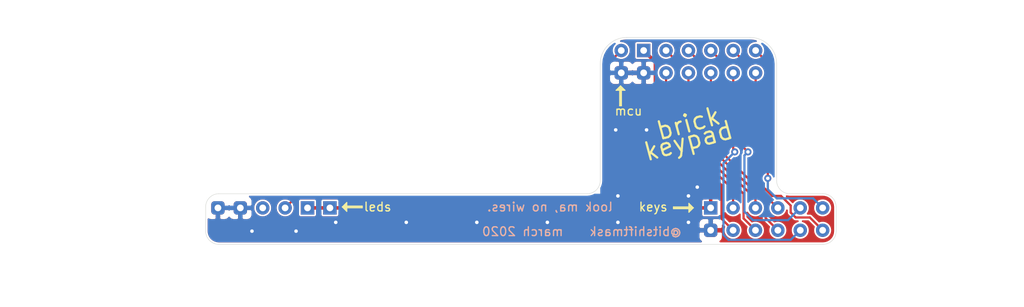
<source format=kicad_pcb>
(kicad_pcb (version 20171130) (host pcbnew 5.1.9)

  (general
    (thickness 1.6)
    (drawings 62)
    (tracks 80)
    (zones 0)
    (modules 3)
    (nets 15)
  )

  (page A4)
  (layers
    (0 F.Cu signal)
    (31 B.Cu signal)
    (32 B.Adhes user)
    (33 F.Adhes user)
    (34 B.Paste user)
    (35 F.Paste user)
    (36 B.SilkS user)
    (37 F.SilkS user)
    (38 B.Mask user)
    (39 F.Mask user)
    (40 Dwgs.User user)
    (41 Cmts.User user)
    (42 Eco1.User user)
    (43 Eco2.User user)
    (44 Edge.Cuts user)
    (45 Margin user)
    (46 B.CrtYd user)
    (47 F.CrtYd user)
    (48 B.Fab user)
    (49 F.Fab user)
  )

  (setup
    (last_trace_width 0.4)
    (user_trace_width 0.4)
    (trace_clearance 0.2)
    (zone_clearance 0.2)
    (zone_45_only no)
    (trace_min 0.2)
    (via_size 0.8)
    (via_drill 0.4)
    (via_min_size 0.4)
    (via_min_drill 0.3)
    (uvia_size 0.3)
    (uvia_drill 0.1)
    (uvias_allowed no)
    (uvia_min_size 0.2)
    (uvia_min_drill 0.1)
    (edge_width 0.05)
    (segment_width 0.2)
    (pcb_text_width 0.3)
    (pcb_text_size 1.5 1.5)
    (mod_edge_width 0.12)
    (mod_text_size 1 1)
    (mod_text_width 0.15)
    (pad_size 1.524 1.524)
    (pad_drill 0.762)
    (pad_to_mask_clearance 0)
    (aux_axis_origin 0 0)
    (visible_elements FFFFFF7F)
    (pcbplotparams
      (layerselection 0x010fc_ffffffff)
      (usegerberextensions false)
      (usegerberattributes false)
      (usegerberadvancedattributes true)
      (creategerberjobfile true)
      (excludeedgelayer true)
      (linewidth 0.100000)
      (plotframeref false)
      (viasonmask false)
      (mode 1)
      (useauxorigin false)
      (hpglpennumber 1)
      (hpglpenspeed 20)
      (hpglpendiameter 15.000000)
      (psnegative false)
      (psa4output false)
      (plotreference true)
      (plotvalue true)
      (plotinvisibletext false)
      (padsonsilk false)
      (subtractmaskfromsilk false)
      (outputformat 1)
      (mirror false)
      (drillshape 0)
      (scaleselection 1)
      (outputdirectory "gerbers/"))
  )

  (net 0 "")
  (net 1 +5V)
  (net 2 GND)
  (net 3 /DIN-5V)
  (net 4 /R6)
  (net 5 /R4)
  (net 6 /R2)
  (net 7 /C3)
  (net 8 /C1)
  (net 9 /R5)
  (net 10 /R3)
  (net 11 /R1)
  (net 12 /C4)
  (net 13 /C2)
  (net 14 "Net-(U1-Pad3)")

  (net_class Default "This is the default net class."
    (clearance 0.2)
    (trace_width 0.25)
    (via_dia 0.8)
    (via_drill 0.4)
    (uvia_dia 0.3)
    (uvia_drill 0.1)
    (add_net +5V)
    (add_net /C1)
    (add_net /C2)
    (add_net /C3)
    (add_net /C4)
    (add_net /DIN-5V)
    (add_net /R1)
    (add_net /R2)
    (add_net /R3)
    (add_net /R4)
    (add_net /R5)
    (add_net /R6)
    (add_net GND)
    (add_net "Net-(U1-Pad3)")
  )

  (module Everything:keypad-connector-matrix (layer F.Cu) (tedit 604E077C) (tstamp 604EA278)
    (at 176.87 63.88 90)
    (path /605B79E7)
    (fp_text reference U3 (at 0 -10.16 90) (layer F.SilkS) hide
      (effects (font (size 1 1) (thickness 0.15)))
    )
    (fp_text value keypad-connector-matrix (at 0 10.16 90) (layer F.Fab)
      (effects (font (size 1 1) (thickness 0.15)))
    )
    (fp_line (start -2.54 7.62) (end -2.54 -7.62) (layer F.CrtYd) (width 0.12))
    (fp_line (start 2.54 7.62) (end -2.54 7.62) (layer F.CrtYd) (width 0.12))
    (fp_line (start 2.54 -7.62) (end 2.54 7.62) (layer F.CrtYd) (width 0.12))
    (fp_line (start -2.54 -7.62) (end 2.54 -7.62) (layer F.CrtYd) (width 0.12))
    (pad 12 thru_hole circle (at 1.27 6.35 90) (size 1.524 1.524) (drill 0.762) (layers *.Cu *.Mask)
      (net 4 /R6))
    (pad 11 thru_hole circle (at 1.27 3.81 90) (size 1.524 1.524) (drill 0.762) (layers *.Cu *.Mask)
      (net 5 /R4))
    (pad 10 thru_hole circle (at 1.27 1.27 90) (size 1.524 1.524) (drill 0.762) (layers *.Cu *.Mask)
      (net 6 /R2))
    (pad 9 thru_hole circle (at 1.27 -1.27 90) (size 1.524 1.524) (drill 0.762) (layers *.Cu *.Mask)
      (net 7 /C3))
    (pad 8 thru_hole circle (at 1.27 -3.81 90) (size 1.524 1.524) (drill 0.762) (layers *.Cu *.Mask)
      (net 8 /C1))
    (pad 7 thru_hole rect (at 1.27 -6.35 90) (size 1.524 1.524) (drill 0.762) (layers *.Cu *.Mask)
      (net 1 +5V))
    (pad 6 thru_hole circle (at -1.27 6.35 90) (size 1.524 1.524) (drill 0.762) (layers *.Cu *.Mask)
      (net 9 /R5))
    (pad 5 thru_hole circle (at -1.27 3.81 90) (size 1.524 1.524) (drill 0.762) (layers *.Cu *.Mask)
      (net 10 /R3))
    (pad 4 thru_hole circle (at -1.27 1.27 90) (size 1.524 1.524) (drill 0.762) (layers *.Cu *.Mask)
      (net 11 /R1))
    (pad 3 thru_hole circle (at -1.27 -1.27 90) (size 1.524 1.524) (drill 0.762) (layers *.Cu *.Mask)
      (net 12 /C4))
    (pad 2 thru_hole circle (at -1.27 -3.81 90) (size 1.524 1.524) (drill 0.762) (layers *.Cu *.Mask)
      (net 13 /C2))
    (pad 1 thru_hole roundrect (at -1.27 -6.35 90) (size 1.524 1.524) (drill 0.762) (layers *.Cu *.Mask) (roundrect_rratio 0.25)
      (net 2 GND))
  )

  (module Everything:keypad-connector (layer F.Cu) (tedit 604DD2C9) (tstamp 604EA264)
    (at 168 46 90)
    (path /605B6E61)
    (fp_text reference U2 (at 0 -10.16 90) (layer F.SilkS) hide
      (effects (font (size 1 1) (thickness 0.15)))
    )
    (fp_text value keypad-connector (at 0 10.16 90) (layer F.Fab)
      (effects (font (size 1 1) (thickness 0.15)))
    )
    (fp_line (start -2.54 -8.89) (end 2.54 -8.89) (layer F.CrtYd) (width 0.12))
    (fp_line (start 2.54 -8.89) (end 2.54 8.89) (layer F.CrtYd) (width 0.12))
    (fp_line (start 2.54 8.89) (end -2.54 8.89) (layer F.CrtYd) (width 0.12))
    (fp_line (start -2.54 8.89) (end -2.54 -8.89) (layer F.CrtYd) (width 0.12))
    (pad 14 thru_hole circle (at 1.27 7.62 90) (size 1.524 1.524) (drill 0.762) (layers *.Cu *.Mask)
      (net 4 /R6))
    (pad 13 thru_hole circle (at 1.27 5.08 90) (size 1.524 1.524) (drill 0.762) (layers *.Cu *.Mask)
      (net 5 /R4))
    (pad 12 thru_hole circle (at 1.27 2.54 90) (size 1.524 1.524) (drill 0.762) (layers *.Cu *.Mask)
      (net 6 /R2))
    (pad 11 thru_hole circle (at 1.27 0 90) (size 1.524 1.524) (drill 0.762) (layers *.Cu *.Mask)
      (net 7 /C3))
    (pad 10 thru_hole circle (at 1.27 -2.54 90) (size 1.524 1.524) (drill 0.762) (layers *.Cu *.Mask)
      (net 8 /C1))
    (pad 9 thru_hole rect (at 1.27 -5.08 90) (size 1.524 1.524) (drill 0.762) (layers *.Cu *.Mask)
      (net 1 +5V))
    (pad 8 thru_hole circle (at 1.27 -7.62 90) (size 1.524 1.524) (drill 0.762) (layers *.Cu *.Mask)
      (net 3 /DIN-5V))
    (pad 7 thru_hole circle (at -1.27 7.62 90) (size 1.524 1.524) (drill 0.762) (layers *.Cu *.Mask)
      (net 9 /R5))
    (pad 6 thru_hole circle (at -1.27 5.08 90) (size 1.524 1.524) (drill 0.762) (layers *.Cu *.Mask)
      (net 10 /R3))
    (pad 5 thru_hole circle (at -1.27 2.54 90) (size 1.524 1.524) (drill 0.762) (layers *.Cu *.Mask)
      (net 11 /R1))
    (pad 4 thru_hole circle (at -1.27 0 90) (size 1.524 1.524) (drill 0.762) (layers *.Cu *.Mask)
      (net 12 /C4))
    (pad 3 thru_hole circle (at -1.27 -2.54 90) (size 1.524 1.524) (drill 0.762) (layers *.Cu *.Mask)
      (net 13 /C2))
    (pad 2 thru_hole roundrect (at -1.27 -5.08 90) (size 1.524 1.524) (drill 0.762) (layers *.Cu *.Mask) (roundrect_rratio 0.25)
      (net 2 GND))
    (pad 1 thru_hole roundrect (at -1.27 -7.62 90) (size 1.524 1.524) (drill 0.762) (layers *.Cu *.Mask) (roundrect_rratio 0.25)
      (net 2 GND))
  )

  (module Everything:keypad-connector-leds (layer F.Cu) (tedit 604E07E5) (tstamp 604EA24E)
    (at 120.99 62.61)
    (path /605B7FBE)
    (fp_text reference U1 (at 0 -2.54) (layer F.SilkS) hide
      (effects (font (size 1 1) (thickness 0.15)))
    )
    (fp_text value keypad-connector-leds (at 0 2.54) (layer F.Fab)
      (effects (font (size 1 1) (thickness 0.15)))
    )
    (fp_line (start -7.62 -1.27) (end -7.62 1.27) (layer F.CrtYd) (width 0.12))
    (fp_line (start -7.62 1.27) (end 7.62 1.27) (layer F.CrtYd) (width 0.12))
    (fp_line (start 7.62 1.27) (end 7.62 -1.27) (layer F.CrtYd) (width 0.12))
    (fp_line (start 7.62 -1.27) (end -7.62 -1.27) (layer F.CrtYd) (width 0.12))
    (pad 6 thru_hole rect (at 6.35 0) (size 1.524 1.524) (drill 0.762) (layers *.Cu *.Mask)
      (net 1 +5V))
    (pad 5 thru_hole rect (at 3.81 0) (size 1.524 1.524) (drill 0.762) (layers *.Cu *.Mask)
      (net 1 +5V))
    (pad 4 thru_hole circle (at 1.27 0) (size 1.524 1.524) (drill 0.762) (layers *.Cu *.Mask)
      (net 3 /DIN-5V))
    (pad 3 thru_hole circle (at -1.27 0) (size 1.524 1.524) (drill 0.762) (layers *.Cu *.Mask)
      (net 14 "Net-(U1-Pad3)"))
    (pad 2 thru_hole roundrect (at -3.81 0) (size 1.524 1.524) (drill 0.762) (layers *.Cu *.Mask) (roundrect_rratio 0.25)
      (net 2 GND))
    (pad 1 thru_hole roundrect (at -6.35 0) (size 1.524 1.524) (drill 0.762) (layers *.Cu *.Mask) (roundrect_rratio 0.25)
      (net 2 GND))
  )

  (gr_text "march 2020" (at 149.2 65.3) (layer B.SilkS)
    (effects (font (size 1 1) (thickness 0.15)) (justify mirror))
  )
  (gr_text @bitshiftmask (at 162 65.3) (layer B.SilkS)
    (effects (font (size 1 1) (thickness 0.15)) (justify mirror))
  )
  (gr_text "look ma, no wires." (at 152.3 62.5) (layer B.SilkS)
    (effects (font (size 1 1) (thickness 0.15)) (justify mirror))
  )
  (gr_text mcu (at 161.2 51.6) (layer F.SilkS)
    (effects (font (size 1 1) (thickness 0.15)))
  )
  (gr_line (start 160.5 49) (end 160.1 49) (layer F.SilkS) (width 0.12) (tstamp 604E1BC6))
  (gr_line (start 160.3 48.75) (end 160.8 49.25) (layer F.SilkS) (width 0.12) (tstamp 604E1BC5))
  (gr_line (start 160 49.1) (end 160.6 49.1) (layer F.SilkS) (width 0.12) (tstamp 604E1BC4))
  (gr_line (start 160.4 48.9) (end 160.2 48.9) (layer F.SilkS) (width 0.12) (tstamp 604E1BC3))
  (gr_line (start 160.3 51) (end 160.3 48.75) (layer F.SilkS) (width 0.12) (tstamp 604E1BC2))
  (gr_line (start 159.8 49.25) (end 160.3 48.75) (layer F.SilkS) (width 0.12) (tstamp 604E1BC1))
  (gr_line (start 160.2 51) (end 160.2 48.9) (layer F.SilkS) (width 0.12) (tstamp 604E1BC0))
  (gr_line (start 160.7 49.2) (end 159.9 49.2) (layer F.SilkS) (width 0.12) (tstamp 604E1BBF))
  (gr_line (start 160.4 51) (end 160.4 49) (layer F.SilkS) (width 0.12) (tstamp 604E1BBE))
  (gr_line (start 160.4 51) (end 160.2 51) (layer F.SilkS) (width 0.12) (tstamp 604E1BBD))
  (gr_line (start 160.8 49.25) (end 159.8 49.25) (layer F.SilkS) (width 0.12) (tstamp 604E1BBC))
  (gr_line (start 168.3 62.8) (end 168.3 62.4) (layer F.SilkS) (width 0.12) (tstamp 604E1BC6))
  (gr_line (start 168.55 62.6) (end 168.05 63.1) (layer F.SilkS) (width 0.12) (tstamp 604E1BC5))
  (gr_line (start 168.2 62.3) (end 168.2 62.9) (layer F.SilkS) (width 0.12) (tstamp 604E1BC4))
  (gr_line (start 168.4 62.7) (end 168.4 62.5) (layer F.SilkS) (width 0.12) (tstamp 604E1BC3))
  (gr_line (start 166.3 62.6) (end 168.55 62.6) (layer F.SilkS) (width 0.12) (tstamp 604E1BC2))
  (gr_line (start 168.05 62.1) (end 168.55 62.6) (layer F.SilkS) (width 0.12) (tstamp 604E1BC1))
  (gr_line (start 166.3 62.5) (end 168.4 62.5) (layer F.SilkS) (width 0.12) (tstamp 604E1BC0))
  (gr_line (start 168.1 63) (end 168.1 62.2) (layer F.SilkS) (width 0.12) (tstamp 604E1BBF))
  (gr_line (start 166.3 62.7) (end 168.3 62.7) (layer F.SilkS) (width 0.12) (tstamp 604E1BBE))
  (gr_line (start 166.3 62.7) (end 166.3 62.5) (layer F.SilkS) (width 0.12) (tstamp 604E1BBD))
  (gr_line (start 168.05 63.1) (end 168.05 62.1) (layer F.SilkS) (width 0.12) (tstamp 604E1BBC))
  (gr_line (start 131 62.4) (end 131 62.6) (layer F.SilkS) (width 0.12) (tstamp 604E1BBB))
  (gr_line (start 131 62.4) (end 129 62.4) (layer F.SilkS) (width 0.12) (tstamp 604E1BB5))
  (gr_line (start 131 62.6) (end 128.9 62.6) (layer F.SilkS) (width 0.12) (tstamp 604E1BB5))
  (gr_text keys (at 164 62.5) (layer F.SilkS)
    (effects (font (size 1 1) (thickness 0.15)))
  )
  (gr_line (start 128.9 62.4) (end 128.9 62.6) (layer F.SilkS) (width 0.12))
  (gr_line (start 129 62.3) (end 129 62.7) (layer F.SilkS) (width 0.12))
  (gr_line (start 129.1 62.8) (end 129.1 62.2) (layer F.SilkS) (width 0.12))
  (gr_line (start 129.2 62.1) (end 129.2 62.9) (layer F.SilkS) (width 0.12))
  (gr_line (start 129.25 63) (end 128.75 62.5) (layer F.SilkS) (width 0.12) (tstamp 604E1BB1))
  (gr_line (start 129.25 62) (end 129.25 63) (layer F.SilkS) (width 0.12))
  (gr_line (start 128.75 62.5) (end 129.25 62) (layer F.SilkS) (width 0.12))
  (gr_line (start 131 62.5) (end 128.75 62.5) (layer F.SilkS) (width 0.12))
  (gr_text leds (at 132.75 62.5) (layer F.SilkS)
    (effects (font (size 1 1) (thickness 0.15)))
  )
  (gr_text keypad (at 168 55 15) (layer F.SilkS)
    (effects (font (size 2 2) (thickness 0.25)))
  )
  (gr_text brick (at 168 53 15) (layer F.SilkS)
    (effects (font (size 2 2) (thickness 0.25)))
  )
  (gr_arc (start 183.25 62.5) (end 184.75 62.5) (angle -90) (layer Edge.Cuts) (width 0.05) (tstamp 604EAA04))
  (gr_arc (start 114.75 62.5) (end 114.75 61) (angle -90) (layer Edge.Cuts) (width 0.05) (tstamp 604EA975))
  (gr_arc (start 114.75 65.25) (end 113.25 65.25) (angle -90) (layer Edge.Cuts) (width 0.05) (tstamp 604EA975))
  (gr_arc (start 179.5 59.5) (end 178 59.5) (angle -90) (layer Edge.Cuts) (width 0.05) (tstamp 604EA8F0))
  (gr_arc (start 161 46.25) (end 161 43.25) (angle -90) (layer Edge.Cuts) (width 0.05) (tstamp 604EA850))
  (gr_line (start 158 46.25) (end 158 59.5) (layer Edge.Cuts) (width 0.05) (tstamp 604EA84D))
  (gr_line (start 178 59.5) (end 178 46.25) (layer Edge.Cuts) (width 0.05) (tstamp 604EA845))
  (gr_line (start 179.5 61) (end 183.25 61) (layer Edge.Cuts) (width 0.05) (tstamp 604EA844))
  (gr_arc (start 183.25 65.25) (end 183.25 66.75) (angle -90) (layer Edge.Cuts) (width 0.05) (tstamp 604EA828))
  (gr_arc (start 156.5 59.5) (end 156.5 61) (angle -90) (layer Edge.Cuts) (width 0.05) (tstamp 604EA828))
  (gr_arc (start 175 46.25) (end 178 46.25) (angle -90) (layer Edge.Cuts) (width 0.05) (tstamp 604EA805))
  (gr_line (start 156.5 61) (end 114.75 61) (layer Edge.Cuts) (width 0.05))
  (gr_line (start 175 43.25) (end 161 43.25) (layer Edge.Cuts) (width 0.05))
  (gr_line (start 184.75 65.25) (end 184.75 62.5) (layer Edge.Cuts) (width 0.05))
  (gr_line (start 169 66.75) (end 183.25 66.75) (layer Edge.Cuts) (width 0.05))
  (gr_line (start 114.75 66.75) (end 169 66.75) (layer Edge.Cuts) (width 0.05))
  (gr_line (start 113.25 62.5) (end 113.25 65.25) (layer Edge.Cuts) (width 0.05))
  (dimension 55.88 (width 0.15) (layer Dwgs.User) (tstamp 604EA70A)
    (gr_text "55.880 mm" (at 142.58 69.868239) (layer Dwgs.User) (tstamp 604EA70A)
      (effects (font (size 1 1) (thickness 0.15)))
    )
    (feature1 (pts (xy 170.52 62.61) (xy 170.52 69.15466)))
    (feature2 (pts (xy 114.64 62.61) (xy 114.64 69.15466)))
    (crossbar (pts (xy 114.64 68.568239) (xy 170.52 68.568239)))
    (arrow1a (pts (xy 170.52 68.568239) (xy 169.393496 69.15466)))
    (arrow1b (pts (xy 170.52 68.568239) (xy 169.393496 67.981818)))
    (arrow2a (pts (xy 114.64 68.568239) (xy 115.766504 69.15466)))
    (arrow2b (pts (xy 114.64 68.568239) (xy 115.766504 67.981818)))
  )
  (dimension 14.64 (width 0.15) (layer Dwgs.User)
    (gr_text "14.640 mm" (at 107.32 65.800791) (layer Dwgs.User)
      (effects (font (size 1 1) (thickness 0.15)))
    )
    (feature1 (pts (xy 114.64 62.61) (xy 114.64 65.087212)))
    (feature2 (pts (xy 100 62.61) (xy 100 65.087212)))
    (crossbar (pts (xy 100 64.500791) (xy 114.64 64.500791)))
    (arrow1a (pts (xy 114.64 64.500791) (xy 113.513496 65.087212)))
    (arrow1b (pts (xy 114.64 64.500791) (xy 113.513496 63.91437)))
    (arrow2a (pts (xy 100 64.500791) (xy 101.126504 65.087212)))
    (arrow2b (pts (xy 100 64.500791) (xy 101.126504 63.91437)))
  )
  (dimension 4.61 (width 0.15) (layer Dwgs.User)
    (gr_text "4.610 mm" (at 95.13 60.305 270) (layer Dwgs.User)
      (effects (font (size 1 1) (thickness 0.15)))
    )
    (feature1 (pts (xy 100 62.61) (xy 95.843579 62.61)))
    (feature2 (pts (xy 100 58) (xy 95.843579 58)))
    (crossbar (pts (xy 96.43 58) (xy 96.43 62.61)))
    (arrow1a (pts (xy 96.43 62.61) (xy 95.843579 61.483496)))
    (arrow1b (pts (xy 96.43 62.61) (xy 97.016421 61.483496)))
    (arrow2a (pts (xy 96.43 58) (xy 95.843579 59.126504)))
    (arrow2b (pts (xy 96.43 58) (xy 97.016421 59.126504)))
  )
  (gr_line (start 90 58) (end 206 58) (layer Dwgs.User) (width 0.15))

  (segment (start 162.92 44.73) (end 164.25 46.06) (width 0.4) (layer F.Cu) (net 1))
  (segment (start 164.25 46.06) (end 164.25 53.5) (width 0.4) (layer F.Cu) (net 1))
  (segment (start 170.52 59.77) (end 170.52 62.61) (width 0.4) (layer F.Cu) (net 1))
  (segment (start 164.25 53.5) (end 170.52 59.77) (width 0.4) (layer F.Cu) (net 1))
  (segment (start 170.52 62.61) (end 124.8 62.61) (width 0.4) (layer F.Cu) (net 1))
  (via (at 160 61.25) (size 0.8) (drill 0.4) (layers F.Cu B.Cu) (net 2))
  (via (at 168 61.25) (size 0.8) (drill 0.4) (layers F.Cu B.Cu) (net 2))
  (via (at 169 60.25) (size 0.8) (drill 0.4) (layers F.Cu B.Cu) (net 2))
  (via (at 163.25 53.75) (size 0.8) (drill 0.4) (layers F.Cu B.Cu) (net 2))
  (via (at 159.75 53.75) (size 0.8) (drill 0.4) (layers F.Cu B.Cu) (net 2))
  (via (at 168 64.25) (size 0.8) (drill 0.4) (layers F.Cu B.Cu) (net 2))
  (via (at 160 64.25) (size 0.8) (drill 0.4) (layers F.Cu B.Cu) (net 2))
  (via (at 152 64.25) (size 0.8) (drill 0.4) (layers F.Cu B.Cu) (net 2))
  (via (at 144 64.25) (size 0.8) (drill 0.4) (layers F.Cu B.Cu) (net 2))
  (via (at 136 64.25) (size 0.8) (drill 0.4) (layers F.Cu B.Cu) (net 2))
  (via (at 128 64.25) (size 0.8) (drill 0.4) (layers F.Cu B.Cu) (net 2))
  (via (at 118.5 65.25) (size 0.8) (drill 0.4) (layers F.Cu B.Cu) (net 2))
  (via (at 123.5 65.25) (size 0.8) (drill 0.4) (layers F.Cu B.Cu) (net 2))
  (segment (start 160.38 44.73) (end 158.75 46.36) (width 0.25) (layer F.Cu) (net 3))
  (segment (start 158.75 46.36) (end 158.75 61) (width 0.25) (layer F.Cu) (net 3))
  (segment (start 123.347001 61.522999) (end 122.26 62.61) (width 0.25) (layer F.Cu) (net 3))
  (segment (start 158.227001 61.522999) (end 123.347001 61.522999) (width 0.25) (layer F.Cu) (net 3))
  (segment (start 158.75 61) (end 158.227001 61.522999) (width 0.25) (layer F.Cu) (net 3))
  (segment (start 175.62 44.73) (end 177 46.11) (width 0.25) (layer F.Cu) (net 4))
  (via (at 177 59.25) (size 0.8) (drill 0.4) (layers F.Cu B.Cu) (net 4))
  (segment (start 177 46.11) (end 177 59.25) (width 0.25) (layer F.Cu) (net 4))
  (segment (start 177 59.25) (end 177 60.5) (width 0.25) (layer B.Cu) (net 4))
  (segment (start 182.132999 61.522999) (end 183.22 62.61) (width 0.25) (layer B.Cu) (net 4))
  (segment (start 178.022999 61.522999) (end 182.132999 61.522999) (width 0.25) (layer B.Cu) (net 4))
  (segment (start 177 60.5) (end 178.022999 61.522999) (width 0.25) (layer B.Cu) (net 4))
  (segment (start 173.08 44.73) (end 174.25 45.9) (width 0.25) (layer F.Cu) (net 5))
  (segment (start 174.25 45.9) (end 174.25 55.75) (width 0.25) (layer F.Cu) (net 5))
  (segment (start 174.25 55.75) (end 174.75 56.25) (width 0.25) (layer F.Cu) (net 5))
  (via (at 174.75 56.25) (size 0.8) (drill 0.4) (layers F.Cu B.Cu) (net 5))
  (segment (start 179.29 64) (end 180.68 62.61) (width 0.25) (layer B.Cu) (net 5))
  (segment (start 175.315619 64) (end 179.29 64) (width 0.25) (layer B.Cu) (net 5))
  (segment (start 174.350001 63.034382) (end 175.315619 64) (width 0.25) (layer B.Cu) (net 5))
  (segment (start 174.350001 56.649999) (end 174.350001 63.034382) (width 0.25) (layer B.Cu) (net 5))
  (segment (start 174.75 56.25) (end 174.350001 56.649999) (width 0.25) (layer B.Cu) (net 5))
  (segment (start 170.54 44.73) (end 171.75 45.94) (width 0.25) (layer F.Cu) (net 6))
  (segment (start 171.75 45.94) (end 171.75 56.25) (width 0.25) (layer F.Cu) (net 6))
  (segment (start 178.11 62.61) (end 178.14 62.61) (width 0.25) (layer F.Cu) (net 6))
  (segment (start 171.75 56.25) (end 178.11 62.61) (width 0.25) (layer F.Cu) (net 6))
  (segment (start 168 44.73) (end 169.25 45.98) (width 0.25) (layer F.Cu) (net 7))
  (segment (start 169.25 45.98) (end 169.25 55.25) (width 0.25) (layer F.Cu) (net 7))
  (segment (start 175.6 61.6) (end 175.6 62.61) (width 0.25) (layer F.Cu) (net 7))
  (segment (start 169.25 55.25) (end 175.6 61.6) (width 0.25) (layer F.Cu) (net 7))
  (segment (start 165.46 44.73) (end 166.75 46.02) (width 0.25) (layer F.Cu) (net 8))
  (segment (start 166.75 46.02) (end 166.75 54.25) (width 0.25) (layer F.Cu) (net 8))
  (segment (start 173.06 60.56) (end 173.06 62.61) (width 0.25) (layer F.Cu) (net 8))
  (segment (start 166.75 54.25) (end 173.06 60.56) (width 0.25) (layer F.Cu) (net 8))
  (segment (start 181.767001 63.697001) (end 183.22 65.15) (width 0.25) (layer F.Cu) (net 9))
  (segment (start 179.592999 63.131761) (end 180.158239 63.697001) (width 0.25) (layer F.Cu) (net 9))
  (segment (start 179.592999 62.342999) (end 179.592999 63.131761) (width 0.25) (layer F.Cu) (net 9))
  (segment (start 178.5 61.25) (end 179.592999 62.342999) (width 0.25) (layer F.Cu) (net 9))
  (segment (start 180.158239 63.697001) (end 181.767001 63.697001) (width 0.25) (layer F.Cu) (net 9))
  (segment (start 177.5 61.25) (end 178.5 61.25) (width 0.25) (layer F.Cu) (net 9))
  (segment (start 175.62 59.37) (end 177.5 61.25) (width 0.25) (layer F.Cu) (net 9))
  (segment (start 175.62 47.27) (end 175.62 59.37) (width 0.25) (layer F.Cu) (net 9))
  (segment (start 173.08 47.27) (end 173.08 56.25) (width 0.25) (layer F.Cu) (net 10))
  (via (at 173.25 56.25) (size 0.8) (drill 0.4) (layers F.Cu B.Cu) (net 10))
  (segment (start 173.08 56.25) (end 173.25 56.25) (width 0.25) (layer F.Cu) (net 10))
  (segment (start 179.592999 66.237001) (end 180.68 65.15) (width 0.25) (layer B.Cu) (net 10))
  (segment (start 175.078239 66.237001) (end 179.592999 66.237001) (width 0.25) (layer B.Cu) (net 10))
  (segment (start 172.538239 66.237001) (end 175.078239 66.237001) (width 0.25) (layer B.Cu) (net 10))
  (segment (start 171.972999 65.671761) (end 172.538239 66.237001) (width 0.25) (layer B.Cu) (net 10))
  (segment (start 171.972999 57.527001) (end 171.972999 65.671761) (width 0.25) (layer B.Cu) (net 10))
  (segment (start 173.25 56.25) (end 171.972999 57.527001) (width 0.25) (layer B.Cu) (net 10))
  (segment (start 170.54 47.27) (end 170.54 55.79) (width 0.25) (layer F.Cu) (net 11))
  (segment (start 170.54 55.79) (end 176.75 62) (width 0.25) (layer F.Cu) (net 11))
  (segment (start 176.75 63.76) (end 178.14 65.15) (width 0.25) (layer F.Cu) (net 11))
  (segment (start 176.75 62) (end 176.75 63.76) (width 0.25) (layer F.Cu) (net 11))
  (segment (start 168 47.27) (end 168 54.75) (width 0.25) (layer F.Cu) (net 12))
  (segment (start 168 54.75) (end 174.25 61) (width 0.25) (layer F.Cu) (net 12))
  (segment (start 174.25 63.8) (end 175.6 65.15) (width 0.25) (layer F.Cu) (net 12))
  (segment (start 174.25 61) (end 174.25 63.8) (width 0.25) (layer F.Cu) (net 12))
  (segment (start 171.75 63.84) (end 173.06 65.15) (width 0.25) (layer F.Cu) (net 13))
  (segment (start 171.75 60) (end 171.75 63.84) (width 0.25) (layer F.Cu) (net 13))
  (segment (start 165.46 53.71) (end 171.75 60) (width 0.25) (layer F.Cu) (net 13))
  (segment (start 165.46 47.27) (end 165.46 53.71) (width 0.25) (layer F.Cu) (net 13))

  (zone (net 2) (net_name GND) (layer F.Cu) (tstamp 604E1E9E) (hatch edge 0.508)
    (connect_pads (clearance 0.2))
    (min_thickness 0.2)
    (fill yes (arc_segments 32) (thermal_gap 0.508) (thermal_bridge_width 0.508))
    (polygon
      (pts
        (xy 178 61) (xy 184.75 61) (xy 184.75 66.75) (xy 113.25 66.75) (xy 113.25 61)
        (xy 158 61) (xy 158 43.25) (xy 178 43.25)
      )
    )
    (filled_polygon
      (pts
        (xy 179.143611 61.288284) (xy 179.172421 61.294407) (xy 179.176934 61.294882) (xy 179.468286 61.323449) (xy 179.468292 61.323449)
        (xy 179.484039 61.325) (xy 183.234104 61.325) (xy 183.477922 61.348906) (xy 183.697165 61.4151) (xy 183.89937 61.522614)
        (xy 184.076847 61.667361) (xy 184.222829 61.843824) (xy 184.331754 62.045276) (xy 184.399474 62.264047) (xy 184.425001 62.506925)
        (xy 184.425 65.234104) (xy 184.401094 65.477922) (xy 184.3349 65.697166) (xy 184.227386 65.89937) (xy 184.082639 66.076847)
        (xy 183.906176 66.22283) (xy 183.704727 66.331753) (xy 183.485958 66.399474) (xy 183.243085 66.425) (xy 171.612029 66.425)
        (xy 171.621421 66.41998) (xy 171.714001 66.344001) (xy 171.78998 66.251421) (xy 171.846437 66.145797) (xy 171.881203 66.031189)
        (xy 171.892942 65.912) (xy 171.89 65.456) (xy 171.738 65.304) (xy 170.674 65.304) (xy 170.674 65.324)
        (xy 170.366 65.324) (xy 170.366 65.304) (xy 169.302 65.304) (xy 169.15 65.456) (xy 169.147058 65.912)
        (xy 169.158797 66.031189) (xy 169.193563 66.145797) (xy 169.25002 66.251421) (xy 169.325999 66.344001) (xy 169.418579 66.41998)
        (xy 169.427971 66.425) (xy 114.765896 66.425) (xy 114.522078 66.401094) (xy 114.302834 66.3349) (xy 114.10063 66.227386)
        (xy 113.923153 66.082639) (xy 113.77717 65.906176) (xy 113.668247 65.704727) (xy 113.600526 65.485958) (xy 113.575 65.243085)
        (xy 113.575 64.388) (xy 169.147058 64.388) (xy 169.15 64.844) (xy 169.302 64.996) (xy 170.366 64.996)
        (xy 170.366 63.932) (xy 170.214 63.78) (xy 169.758 63.777058) (xy 169.638811 63.788797) (xy 169.524203 63.823563)
        (xy 169.418579 63.88002) (xy 169.325999 63.955999) (xy 169.25002 64.048579) (xy 169.193563 64.154203) (xy 169.158797 64.268811)
        (xy 169.147058 64.388) (xy 113.575 64.388) (xy 113.575 63.899447) (xy 113.644203 63.936437) (xy 113.758811 63.971203)
        (xy 113.878 63.982942) (xy 114.334 63.98) (xy 114.486 63.828) (xy 114.486 62.764) (xy 114.794 62.764)
        (xy 114.794 63.828) (xy 114.946 63.98) (xy 115.402 63.982942) (xy 115.521189 63.971203) (xy 115.635797 63.936437)
        (xy 115.741421 63.87998) (xy 115.834001 63.804001) (xy 115.90998 63.711421) (xy 115.91 63.711384) (xy 115.91002 63.711421)
        (xy 115.985999 63.804001) (xy 116.078579 63.87998) (xy 116.184203 63.936437) (xy 116.298811 63.971203) (xy 116.418 63.982942)
        (xy 116.874 63.98) (xy 117.026 63.828) (xy 117.026 62.764) (xy 117.334 62.764) (xy 117.334 63.828)
        (xy 117.486 63.98) (xy 117.942 63.982942) (xy 118.061189 63.971203) (xy 118.175797 63.936437) (xy 118.281421 63.87998)
        (xy 118.374001 63.804001) (xy 118.44998 63.711421) (xy 118.506437 63.605797) (xy 118.541203 63.491189) (xy 118.552942 63.372)
        (xy 118.55 62.916) (xy 118.398 62.764) (xy 117.334 62.764) (xy 117.026 62.764) (xy 115.962 62.764)
        (xy 115.91 62.816) (xy 115.858 62.764) (xy 114.794 62.764) (xy 114.486 62.764) (xy 114.466 62.764)
        (xy 114.466 62.505402) (xy 118.658 62.505402) (xy 118.658 62.714598) (xy 118.698812 62.919774) (xy 118.778867 63.113046)
        (xy 118.89509 63.286986) (xy 119.043014 63.43491) (xy 119.216954 63.551133) (xy 119.410226 63.631188) (xy 119.615402 63.672)
        (xy 119.824598 63.672) (xy 120.029774 63.631188) (xy 120.223046 63.551133) (xy 120.396986 63.43491) (xy 120.54491 63.286986)
        (xy 120.661133 63.113046) (xy 120.741188 62.919774) (xy 120.782 62.714598) (xy 120.782 62.505402) (xy 120.741188 62.300226)
        (xy 120.661133 62.106954) (xy 120.54491 61.933014) (xy 120.396986 61.78509) (xy 120.223046 61.668867) (xy 120.029774 61.588812)
        (xy 119.824598 61.548) (xy 119.615402 61.548) (xy 119.410226 61.588812) (xy 119.216954 61.668867) (xy 119.043014 61.78509)
        (xy 118.89509 61.933014) (xy 118.778867 62.106954) (xy 118.698812 62.300226) (xy 118.658 62.505402) (xy 114.466 62.505402)
        (xy 114.466 62.456) (xy 114.486 62.456) (xy 114.486 62.436) (xy 114.794 62.436) (xy 114.794 62.456)
        (xy 115.858 62.456) (xy 115.91 62.404) (xy 115.962 62.456) (xy 117.026 62.456) (xy 117.026 62.436)
        (xy 117.334 62.436) (xy 117.334 62.456) (xy 118.398 62.456) (xy 118.55 62.304) (xy 118.552942 61.848)
        (xy 118.541203 61.728811) (xy 118.506437 61.614203) (xy 118.44998 61.508579) (xy 118.374001 61.415999) (xy 118.281421 61.34002)
        (xy 118.25332 61.325) (xy 122.94396 61.325) (xy 122.64782 61.62114) (xy 122.569774 61.588812) (xy 122.364598 61.548)
        (xy 122.155402 61.548) (xy 121.950226 61.588812) (xy 121.756954 61.668867) (xy 121.583014 61.78509) (xy 121.43509 61.933014)
        (xy 121.318867 62.106954) (xy 121.238812 62.300226) (xy 121.198 62.505402) (xy 121.198 62.714598) (xy 121.238812 62.919774)
        (xy 121.318867 63.113046) (xy 121.43509 63.286986) (xy 121.583014 63.43491) (xy 121.756954 63.551133) (xy 121.950226 63.631188)
        (xy 122.155402 63.672) (xy 122.364598 63.672) (xy 122.569774 63.631188) (xy 122.763046 63.551133) (xy 122.936986 63.43491)
        (xy 123.08491 63.286986) (xy 123.201133 63.113046) (xy 123.281188 62.919774) (xy 123.322 62.714598) (xy 123.322 62.505402)
        (xy 123.281188 62.300226) (xy 123.24886 62.22218) (xy 123.523041 61.947999) (xy 123.736549 61.947999) (xy 123.736549 63.372)
        (xy 123.742341 63.43081) (xy 123.759496 63.48736) (xy 123.787353 63.539477) (xy 123.824842 63.585158) (xy 123.870523 63.622647)
        (xy 123.92264 63.650504) (xy 123.97919 63.667659) (xy 124.038 63.673451) (xy 125.562 63.673451) (xy 125.62081 63.667659)
        (xy 125.67736 63.650504) (xy 125.729477 63.622647) (xy 125.775158 63.585158) (xy 125.812647 63.539477) (xy 125.840504 63.48736)
        (xy 125.857659 63.43081) (xy 125.863451 63.372) (xy 125.863451 63.11) (xy 126.276549 63.11) (xy 126.276549 63.372)
        (xy 126.282341 63.43081) (xy 126.299496 63.48736) (xy 126.327353 63.539477) (xy 126.364842 63.585158) (xy 126.410523 63.622647)
        (xy 126.46264 63.650504) (xy 126.51919 63.667659) (xy 126.578 63.673451) (xy 128.102 63.673451) (xy 128.16081 63.667659)
        (xy 128.21736 63.650504) (xy 128.269477 63.622647) (xy 128.315158 63.585158) (xy 128.352647 63.539477) (xy 128.380504 63.48736)
        (xy 128.397659 63.43081) (xy 128.403451 63.372) (xy 128.403451 63.11) (xy 169.456549 63.11) (xy 169.456549 63.372)
        (xy 169.462341 63.43081) (xy 169.479496 63.48736) (xy 169.507353 63.539477) (xy 169.544842 63.585158) (xy 169.590523 63.622647)
        (xy 169.64264 63.650504) (xy 169.69919 63.667659) (xy 169.758 63.673451) (xy 171.282 63.673451) (xy 171.325001 63.669216)
        (xy 171.325001 63.781293) (xy 171.282 63.777058) (xy 170.826 63.78) (xy 170.674 63.932) (xy 170.674 64.996)
        (xy 171.738 64.996) (xy 171.89 64.844) (xy 171.891686 64.582726) (xy 172.071139 64.76218) (xy 172.038812 64.840226)
        (xy 171.998 65.045402) (xy 171.998 65.254598) (xy 172.038812 65.459774) (xy 172.118867 65.653046) (xy 172.23509 65.826986)
        (xy 172.383014 65.97491) (xy 172.556954 66.091133) (xy 172.750226 66.171188) (xy 172.955402 66.212) (xy 173.164598 66.212)
        (xy 173.369774 66.171188) (xy 173.563046 66.091133) (xy 173.736986 65.97491) (xy 173.88491 65.826986) (xy 174.001133 65.653046)
        (xy 174.081188 65.459774) (xy 174.122 65.254598) (xy 174.122 65.045402) (xy 174.081188 64.840226) (xy 174.001133 64.646954)
        (xy 173.88491 64.473014) (xy 173.736986 64.32509) (xy 173.563046 64.208867) (xy 173.369774 64.128812) (xy 173.164598 64.088)
        (xy 172.955402 64.088) (xy 172.750226 64.128812) (xy 172.67218 64.161139) (xy 172.175 63.66396) (xy 172.175 63.197055)
        (xy 172.23509 63.286986) (xy 172.383014 63.43491) (xy 172.556954 63.551133) (xy 172.750226 63.631188) (xy 172.955402 63.672)
        (xy 173.164598 63.672) (xy 173.369774 63.631188) (xy 173.563046 63.551133) (xy 173.736986 63.43491) (xy 173.825001 63.346895)
        (xy 173.825001 63.779123) (xy 173.822945 63.8) (xy 173.83115 63.883314) (xy 173.8532 63.955999) (xy 173.855453 63.963427)
        (xy 173.894917 64.03726) (xy 173.922454 64.070813) (xy 173.927745 64.07726) (xy 173.948027 64.101974) (xy 173.964239 64.115279)
        (xy 174.611139 64.76218) (xy 174.578812 64.840226) (xy 174.538 65.045402) (xy 174.538 65.254598) (xy 174.578812 65.459774)
        (xy 174.658867 65.653046) (xy 174.77509 65.826986) (xy 174.923014 65.97491) (xy 175.096954 66.091133) (xy 175.290226 66.171188)
        (xy 175.495402 66.212) (xy 175.704598 66.212) (xy 175.909774 66.171188) (xy 176.103046 66.091133) (xy 176.276986 65.97491)
        (xy 176.42491 65.826986) (xy 176.541133 65.653046) (xy 176.621188 65.459774) (xy 176.662 65.254598) (xy 176.662 65.045402)
        (xy 176.621188 64.840226) (xy 176.541133 64.646954) (xy 176.42491 64.473014) (xy 176.276986 64.32509) (xy 176.103046 64.208867)
        (xy 175.909774 64.128812) (xy 175.704598 64.088) (xy 175.495402 64.088) (xy 175.290226 64.128812) (xy 175.21218 64.161139)
        (xy 174.675 63.62396) (xy 174.675 63.137191) (xy 174.77509 63.286986) (xy 174.923014 63.43491) (xy 175.096954 63.551133)
        (xy 175.290226 63.631188) (xy 175.495402 63.672) (xy 175.704598 63.672) (xy 175.909774 63.631188) (xy 176.103046 63.551133)
        (xy 176.276986 63.43491) (xy 176.325001 63.386895) (xy 176.325001 63.739124) (xy 176.322945 63.76) (xy 176.33115 63.843314)
        (xy 176.355419 63.923314) (xy 176.355453 63.923427) (xy 176.394917 63.99726) (xy 176.407245 64.012281) (xy 176.427745 64.03726)
        (xy 176.448027 64.061974) (xy 176.464239 64.075279) (xy 177.151139 64.76218) (xy 177.118812 64.840226) (xy 177.078 65.045402)
        (xy 177.078 65.254598) (xy 177.118812 65.459774) (xy 177.198867 65.653046) (xy 177.31509 65.826986) (xy 177.463014 65.97491)
        (xy 177.636954 66.091133) (xy 177.830226 66.171188) (xy 178.035402 66.212) (xy 178.244598 66.212) (xy 178.449774 66.171188)
        (xy 178.643046 66.091133) (xy 178.816986 65.97491) (xy 178.96491 65.826986) (xy 179.081133 65.653046) (xy 179.161188 65.459774)
        (xy 179.202 65.254598) (xy 179.202 65.045402) (xy 179.161188 64.840226) (xy 179.081133 64.646954) (xy 178.96491 64.473014)
        (xy 178.816986 64.32509) (xy 178.643046 64.208867) (xy 178.449774 64.128812) (xy 178.244598 64.088) (xy 178.035402 64.088)
        (xy 177.830226 64.128812) (xy 177.75218 64.161139) (xy 177.175 63.58396) (xy 177.175 63.055425) (xy 177.198867 63.113046)
        (xy 177.31509 63.286986) (xy 177.463014 63.43491) (xy 177.636954 63.551133) (xy 177.830226 63.631188) (xy 178.035402 63.672)
        (xy 178.244598 63.672) (xy 178.449774 63.631188) (xy 178.643046 63.551133) (xy 178.816986 63.43491) (xy 178.96491 63.286986)
        (xy 179.081133 63.113046) (xy 179.161188 62.919774) (xy 179.168 62.885529) (xy 179.168 63.110885) (xy 179.165944 63.131761)
        (xy 179.174149 63.215075) (xy 179.190795 63.269946) (xy 179.198452 63.295188) (xy 179.237916 63.369021) (xy 179.248339 63.381721)
        (xy 179.272565 63.41124) (xy 179.291026 63.433735) (xy 179.307238 63.44704) (xy 179.842958 63.982761) (xy 179.856265 63.998975)
        (xy 179.920979 64.052085) (xy 179.994812 64.091549) (xy 180.050622 64.108479) (xy 180.074924 64.115851) (xy 180.083337 64.11668)
        (xy 180.137365 64.122001) (xy 180.137371 64.122001) (xy 180.158238 64.124056) (xy 180.179105 64.122001) (xy 180.404467 64.122001)
        (xy 180.370226 64.128812) (xy 180.176954 64.208867) (xy 180.003014 64.32509) (xy 179.85509 64.473014) (xy 179.738867 64.646954)
        (xy 179.658812 64.840226) (xy 179.618 65.045402) (xy 179.618 65.254598) (xy 179.658812 65.459774) (xy 179.738867 65.653046)
        (xy 179.85509 65.826986) (xy 180.003014 65.97491) (xy 180.176954 66.091133) (xy 180.370226 66.171188) (xy 180.575402 66.212)
        (xy 180.784598 66.212) (xy 180.989774 66.171188) (xy 181.183046 66.091133) (xy 181.356986 65.97491) (xy 181.50491 65.826986)
        (xy 181.621133 65.653046) (xy 181.701188 65.459774) (xy 181.742 65.254598) (xy 181.742 65.045402) (xy 181.701188 64.840226)
        (xy 181.621133 64.646954) (xy 181.50491 64.473014) (xy 181.356986 64.32509) (xy 181.183046 64.208867) (xy 180.989774 64.128812)
        (xy 180.955533 64.122001) (xy 181.590961 64.122001) (xy 182.231139 64.76218) (xy 182.198812 64.840226) (xy 182.158 65.045402)
        (xy 182.158 65.254598) (xy 182.198812 65.459774) (xy 182.278867 65.653046) (xy 182.39509 65.826986) (xy 182.543014 65.97491)
        (xy 182.716954 66.091133) (xy 182.910226 66.171188) (xy 183.115402 66.212) (xy 183.324598 66.212) (xy 183.529774 66.171188)
        (xy 183.723046 66.091133) (xy 183.896986 65.97491) (xy 184.04491 65.826986) (xy 184.161133 65.653046) (xy 184.241188 65.459774)
        (xy 184.282 65.254598) (xy 184.282 65.045402) (xy 184.241188 64.840226) (xy 184.161133 64.646954) (xy 184.04491 64.473014)
        (xy 183.896986 64.32509) (xy 183.723046 64.208867) (xy 183.529774 64.128812) (xy 183.324598 64.088) (xy 183.115402 64.088)
        (xy 182.910226 64.128812) (xy 182.83218 64.161139) (xy 182.082284 63.411244) (xy 182.068975 63.395027) (xy 182.004261 63.341917)
        (xy 181.930428 63.302453) (xy 181.850315 63.278151) (xy 181.787875 63.272001) (xy 181.787868 63.272001) (xy 181.767001 63.269946)
        (xy 181.746134 63.272001) (xy 181.514923 63.272001) (xy 181.621133 63.113046) (xy 181.701188 62.919774) (xy 181.742 62.714598)
        (xy 181.742 62.505402) (xy 182.158 62.505402) (xy 182.158 62.714598) (xy 182.198812 62.919774) (xy 182.278867 63.113046)
        (xy 182.39509 63.286986) (xy 182.543014 63.43491) (xy 182.716954 63.551133) (xy 182.910226 63.631188) (xy 183.115402 63.672)
        (xy 183.324598 63.672) (xy 183.529774 63.631188) (xy 183.723046 63.551133) (xy 183.896986 63.43491) (xy 184.04491 63.286986)
        (xy 184.161133 63.113046) (xy 184.241188 62.919774) (xy 184.282 62.714598) (xy 184.282 62.505402) (xy 184.241188 62.300226)
        (xy 184.161133 62.106954) (xy 184.04491 61.933014) (xy 183.896986 61.78509) (xy 183.723046 61.668867) (xy 183.529774 61.588812)
        (xy 183.324598 61.548) (xy 183.115402 61.548) (xy 182.910226 61.588812) (xy 182.716954 61.668867) (xy 182.543014 61.78509)
        (xy 182.39509 61.933014) (xy 182.278867 62.106954) (xy 182.198812 62.300226) (xy 182.158 62.505402) (xy 181.742 62.505402)
        (xy 181.701188 62.300226) (xy 181.621133 62.106954) (xy 181.50491 61.933014) (xy 181.356986 61.78509) (xy 181.183046 61.668867)
        (xy 180.989774 61.588812) (xy 180.784598 61.548) (xy 180.575402 61.548) (xy 180.370226 61.588812) (xy 180.176954 61.668867)
        (xy 180.003014 61.78509) (xy 179.85509 61.933014) (xy 179.826637 61.975596) (xy 179.138265 61.287225)
      )
    )
    (filled_polygon
      (pts
        (xy 175.519275 43.627474) (xy 175.653502 43.668) (xy 175.515402 43.668) (xy 175.310226 43.708812) (xy 175.116954 43.788867)
        (xy 174.943014 43.90509) (xy 174.79509 44.053014) (xy 174.678867 44.226954) (xy 174.598812 44.420226) (xy 174.558 44.625402)
        (xy 174.558 44.834598) (xy 174.598812 45.039774) (xy 174.678867 45.233046) (xy 174.79509 45.406986) (xy 174.943014 45.55491)
        (xy 175.116954 45.671133) (xy 175.310226 45.751188) (xy 175.515402 45.792) (xy 175.724598 45.792) (xy 175.929774 45.751188)
        (xy 176.00782 45.718861) (xy 176.575 46.286041) (xy 176.575 46.800432) (xy 176.561133 46.766954) (xy 176.44491 46.593014)
        (xy 176.296986 46.44509) (xy 176.123046 46.328867) (xy 175.929774 46.248812) (xy 175.724598 46.208) (xy 175.515402 46.208)
        (xy 175.310226 46.248812) (xy 175.116954 46.328867) (xy 174.943014 46.44509) (xy 174.79509 46.593014) (xy 174.678867 46.766954)
        (xy 174.675 46.77629) (xy 174.675 45.920867) (xy 174.677055 45.9) (xy 174.675 45.879133) (xy 174.675 45.879126)
        (xy 174.66885 45.816686) (xy 174.668816 45.816572) (xy 174.658553 45.782741) (xy 174.644548 45.736573) (xy 174.605084 45.66274)
        (xy 174.551974 45.598026) (xy 174.535763 45.584722) (xy 174.068861 45.11782) (xy 174.101188 45.039774) (xy 174.142 44.834598)
        (xy 174.142 44.625402) (xy 174.101188 44.420226) (xy 174.021133 44.226954) (xy 173.90491 44.053014) (xy 173.756986 43.90509)
        (xy 173.583046 43.788867) (xy 173.389774 43.708812) (xy 173.184598 43.668) (xy 172.975402 43.668) (xy 172.770226 43.708812)
        (xy 172.576954 43.788867) (xy 172.403014 43.90509) (xy 172.25509 44.053014) (xy 172.138867 44.226954) (xy 172.058812 44.420226)
        (xy 172.018 44.625402) (xy 172.018 44.834598) (xy 172.058812 45.039774) (xy 172.138867 45.233046) (xy 172.25509 45.406986)
        (xy 172.403014 45.55491) (xy 172.576954 45.671133) (xy 172.770226 45.751188) (xy 172.975402 45.792) (xy 173.184598 45.792)
        (xy 173.389774 45.751188) (xy 173.46782 45.718861) (xy 173.825 46.076041) (xy 173.825 46.513104) (xy 173.756986 46.44509)
        (xy 173.583046 46.328867) (xy 173.389774 46.248812) (xy 173.184598 46.208) (xy 172.975402 46.208) (xy 172.770226 46.248812)
        (xy 172.576954 46.328867) (xy 172.403014 46.44509) (xy 172.25509 46.593014) (xy 172.175 46.712877) (xy 172.175 45.960866)
        (xy 172.177055 45.939999) (xy 172.175 45.919132) (xy 172.175 45.919126) (xy 172.16885 45.856686) (xy 172.168816 45.856572)
        (xy 172.158894 45.823867) (xy 172.144548 45.776573) (xy 172.105084 45.70274) (xy 172.072257 45.662741) (xy 172.06528 45.654239)
        (xy 172.065279 45.654238) (xy 172.051974 45.638026) (xy 172.035763 45.624722) (xy 171.528861 45.11782) (xy 171.561188 45.039774)
        (xy 171.602 44.834598) (xy 171.602 44.625402) (xy 171.561188 44.420226) (xy 171.481133 44.226954) (xy 171.36491 44.053014)
        (xy 171.216986 43.90509) (xy 171.043046 43.788867) (xy 170.849774 43.708812) (xy 170.644598 43.668) (xy 170.435402 43.668)
        (xy 170.230226 43.708812) (xy 170.036954 43.788867) (xy 169.863014 43.90509) (xy 169.71509 44.053014) (xy 169.598867 44.226954)
        (xy 169.518812 44.420226) (xy 169.478 44.625402) (xy 169.478 44.834598) (xy 169.518812 45.039774) (xy 169.598867 45.233046)
        (xy 169.71509 45.406986) (xy 169.863014 45.55491) (xy 170.036954 45.671133) (xy 170.230226 45.751188) (xy 170.435402 45.792)
        (xy 170.644598 45.792) (xy 170.849774 45.751188) (xy 170.92782 45.718861) (xy 171.325 46.116041) (xy 171.325 46.553104)
        (xy 171.216986 46.44509) (xy 171.043046 46.328867) (xy 170.849774 46.248812) (xy 170.644598 46.208) (xy 170.435402 46.208)
        (xy 170.230226 46.248812) (xy 170.036954 46.328867) (xy 169.863014 46.44509) (xy 169.71509 46.593014) (xy 169.675 46.653013)
        (xy 169.675 46.000867) (xy 169.677055 45.98) (xy 169.675 45.959133) (xy 169.675 45.959126) (xy 169.66885 45.896686)
        (xy 169.644548 45.816573) (xy 169.605084 45.74274) (xy 169.551974 45.678026) (xy 169.535763 45.664722) (xy 168.988861 45.11782)
        (xy 169.021188 45.039774) (xy 169.062 44.834598) (xy 169.062 44.625402) (xy 169.021188 44.420226) (xy 168.941133 44.226954)
        (xy 168.82491 44.053014) (xy 168.676986 43.90509) (xy 168.503046 43.788867) (xy 168.309774 43.708812) (xy 168.104598 43.668)
        (xy 167.895402 43.668) (xy 167.690226 43.708812) (xy 167.496954 43.788867) (xy 167.323014 43.90509) (xy 167.17509 44.053014)
        (xy 167.058867 44.226954) (xy 166.978812 44.420226) (xy 166.938 44.625402) (xy 166.938 44.834598) (xy 166.978812 45.039774)
        (xy 167.058867 45.233046) (xy 167.17509 45.406986) (xy 167.323014 45.55491) (xy 167.496954 45.671133) (xy 167.690226 45.751188)
        (xy 167.895402 45.792) (xy 168.104598 45.792) (xy 168.309774 45.751188) (xy 168.38782 45.718861) (xy 168.825 46.156041)
        (xy 168.825 46.593149) (xy 168.82491 46.593014) (xy 168.676986 46.44509) (xy 168.503046 46.328867) (xy 168.309774 46.248812)
        (xy 168.104598 46.208) (xy 167.895402 46.208) (xy 167.690226 46.248812) (xy 167.496954 46.328867) (xy 167.323014 46.44509)
        (xy 167.17509 46.593014) (xy 167.175 46.593149) (xy 167.175 46.040866) (xy 167.177055 46.019999) (xy 167.175 45.999132)
        (xy 167.175 45.999126) (xy 167.16885 45.936686) (xy 167.167952 45.933724) (xy 167.156716 45.896685) (xy 167.144548 45.856573)
        (xy 167.105084 45.78274) (xy 167.072257 45.742741) (xy 167.06528 45.734239) (xy 167.065279 45.734238) (xy 167.051974 45.718026)
        (xy 167.035763 45.704722) (xy 166.448861 45.11782) (xy 166.481188 45.039774) (xy 166.522 44.834598) (xy 166.522 44.625402)
        (xy 166.481188 44.420226) (xy 166.401133 44.226954) (xy 166.28491 44.053014) (xy 166.136986 43.90509) (xy 165.963046 43.788867)
        (xy 165.769774 43.708812) (xy 165.564598 43.668) (xy 165.355402 43.668) (xy 165.150226 43.708812) (xy 164.956954 43.788867)
        (xy 164.783014 43.90509) (xy 164.63509 44.053014) (xy 164.518867 44.226954) (xy 164.438812 44.420226) (xy 164.398 44.625402)
        (xy 164.398 44.834598) (xy 164.438812 45.039774) (xy 164.518867 45.233046) (xy 164.63509 45.406986) (xy 164.783014 45.55491)
        (xy 164.956954 45.671133) (xy 165.150226 45.751188) (xy 165.355402 45.792) (xy 165.564598 45.792) (xy 165.769774 45.751188)
        (xy 165.84782 45.718861) (xy 166.325 46.196041) (xy 166.325 46.653013) (xy 166.28491 46.593014) (xy 166.136986 46.44509)
        (xy 165.963046 46.328867) (xy 165.769774 46.248812) (xy 165.564598 46.208) (xy 165.355402 46.208) (xy 165.150226 46.248812)
        (xy 164.956954 46.328867) (xy 164.783014 46.44509) (xy 164.75 46.478104) (xy 164.75 46.084559) (xy 164.752419 46.059999)
        (xy 164.742765 45.961982) (xy 164.727138 45.910468) (xy 164.714175 45.867733) (xy 164.667746 45.780871) (xy 164.605264 45.704736)
        (xy 164.586181 45.689075) (xy 163.983451 45.086345) (xy 163.983451 43.968) (xy 163.977659 43.90919) (xy 163.960504 43.85264)
        (xy 163.932647 43.800523) (xy 163.895158 43.754842) (xy 163.849477 43.717353) (xy 163.79736 43.689496) (xy 163.74081 43.672341)
        (xy 163.682 43.666549) (xy 162.158 43.666549) (xy 162.09919 43.672341) (xy 162.04264 43.689496) (xy 161.990523 43.717353)
        (xy 161.944842 43.754842) (xy 161.907353 43.800523) (xy 161.879496 43.85264) (xy 161.862341 43.90919) (xy 161.856549 43.968)
        (xy 161.856549 45.492) (xy 161.862341 45.55081) (xy 161.879496 45.60736) (xy 161.907353 45.659477) (xy 161.944842 45.705158)
        (xy 161.990523 45.742647) (xy 162.04264 45.770504) (xy 162.09919 45.787659) (xy 162.158 45.793451) (xy 163.276345 45.793451)
        (xy 163.381889 45.898994) (xy 163.226 45.9) (xy 163.074 46.052) (xy 163.074 47.116) (xy 163.094 47.116)
        (xy 163.094 47.424) (xy 163.074 47.424) (xy 163.074 48.488) (xy 163.226 48.64) (xy 163.682 48.642942)
        (xy 163.75 48.636245) (xy 163.750001 53.47543) (xy 163.747581 53.5) (xy 163.757235 53.598017) (xy 163.785826 53.692267)
        (xy 163.832255 53.779129) (xy 163.894737 53.855264) (xy 163.91382 53.870925) (xy 170.02 59.977106) (xy 170.020001 61.546549)
        (xy 169.758 61.546549) (xy 169.69919 61.552341) (xy 169.64264 61.569496) (xy 169.590523 61.597353) (xy 169.544842 61.634842)
        (xy 169.507353 61.680523) (xy 169.479496 61.73264) (xy 169.462341 61.78919) (xy 169.456549 61.848) (xy 169.456549 62.11)
        (xy 128.403451 62.11) (xy 128.403451 61.947999) (xy 158.206134 61.947999) (xy 158.227001 61.950054) (xy 158.247868 61.947999)
        (xy 158.247875 61.947999) (xy 158.310315 61.941849) (xy 158.390428 61.917547) (xy 158.464261 61.878083) (xy 158.528975 61.824973)
        (xy 158.542284 61.808756) (xy 159.035762 61.315279) (xy 159.051974 61.301974) (xy 159.065845 61.285073) (xy 159.089513 61.256233)
        (xy 159.105084 61.23726) (xy 159.144548 61.163427) (xy 159.165617 61.093973) (xy 159.16885 61.083315) (xy 159.169679 61.074902)
        (xy 159.175 61.020874) (xy 159.175 61.020868) (xy 159.177055 61.000001) (xy 159.175 60.979134) (xy 159.175 48.450599)
        (xy 159.185999 48.464001) (xy 159.278579 48.53998) (xy 159.384203 48.596437) (xy 159.498811 48.631203) (xy 159.618 48.642942)
        (xy 160.074 48.64) (xy 160.226 48.488) (xy 160.226 47.424) (xy 160.534 47.424) (xy 160.534 48.488)
        (xy 160.686 48.64) (xy 161.142 48.642942) (xy 161.261189 48.631203) (xy 161.375797 48.596437) (xy 161.481421 48.53998)
        (xy 161.574001 48.464001) (xy 161.64998 48.371421) (xy 161.65 48.371384) (xy 161.65002 48.371421) (xy 161.725999 48.464001)
        (xy 161.818579 48.53998) (xy 161.924203 48.596437) (xy 162.038811 48.631203) (xy 162.158 48.642942) (xy 162.614 48.64)
        (xy 162.766 48.488) (xy 162.766 47.424) (xy 161.702 47.424) (xy 161.65 47.476) (xy 161.598 47.424)
        (xy 160.534 47.424) (xy 160.226 47.424) (xy 160.206 47.424) (xy 160.206 47.116) (xy 160.226 47.116)
        (xy 160.226 46.052) (xy 160.534 46.052) (xy 160.534 47.116) (xy 161.598 47.116) (xy 161.65 47.064)
        (xy 161.702 47.116) (xy 162.766 47.116) (xy 162.766 46.052) (xy 162.614 45.9) (xy 162.158 45.897058)
        (xy 162.038811 45.908797) (xy 161.924203 45.943563) (xy 161.818579 46.00002) (xy 161.725999 46.075999) (xy 161.65002 46.168579)
        (xy 161.65 46.168616) (xy 161.64998 46.168579) (xy 161.574001 46.075999) (xy 161.481421 46.00002) (xy 161.375797 45.943563)
        (xy 161.261189 45.908797) (xy 161.142 45.897058) (xy 160.686 45.9) (xy 160.534 46.052) (xy 160.226 46.052)
        (xy 160.074 45.9) (xy 159.812726 45.898314) (xy 159.99218 45.718861) (xy 160.070226 45.751188) (xy 160.275402 45.792)
        (xy 160.484598 45.792) (xy 160.689774 45.751188) (xy 160.883046 45.671133) (xy 161.056986 45.55491) (xy 161.20491 45.406986)
        (xy 161.321133 45.233046) (xy 161.401188 45.039774) (xy 161.442 44.834598) (xy 161.442 44.625402) (xy 161.401188 44.420226)
        (xy 161.321133 44.226954) (xy 161.20491 44.053014) (xy 161.056986 43.90509) (xy 160.883046 43.788867) (xy 160.689774 43.708812)
        (xy 160.484598 43.668) (xy 160.343427 43.668) (xy 160.462427 43.631163) (xy 160.996657 43.575014) (xy 161.000559 43.575)
        (xy 174.984103 43.575)
      )
    )
  )
  (zone (net 2) (net_name GND) (layer B.Cu) (tstamp 604E1E9B) (hatch edge 0.508)
    (connect_pads (clearance 0.2))
    (min_thickness 0.2)
    (fill yes (arc_segments 32) (thermal_gap 0.508) (thermal_bridge_width 0.508))
    (polygon
      (pts
        (xy 178 61) (xy 184.75 61) (xy 184.75 66.75) (xy 113.25 66.75) (xy 113.25 61)
        (xy 158 61) (xy 158 43.25) (xy 178 43.25)
      )
    )
    (filled_polygon
      (pts
        (xy 175.519275 43.627474) (xy 175.653502 43.668) (xy 175.515402 43.668) (xy 175.310226 43.708812) (xy 175.116954 43.788867)
        (xy 174.943014 43.90509) (xy 174.79509 44.053014) (xy 174.678867 44.226954) (xy 174.598812 44.420226) (xy 174.558 44.625402)
        (xy 174.558 44.834598) (xy 174.598812 45.039774) (xy 174.678867 45.233046) (xy 174.79509 45.406986) (xy 174.943014 45.55491)
        (xy 175.116954 45.671133) (xy 175.310226 45.751188) (xy 175.515402 45.792) (xy 175.724598 45.792) (xy 175.929774 45.751188)
        (xy 176.123046 45.671133) (xy 176.296986 45.55491) (xy 176.44491 45.406986) (xy 176.561133 45.233046) (xy 176.641188 45.039774)
        (xy 176.682 44.834598) (xy 176.682 44.625402) (xy 176.641188 44.420226) (xy 176.561133 44.226954) (xy 176.44491 44.053014)
        (xy 176.342087 43.950191) (xy 176.479459 44.023233) (xy 176.883797 44.353002) (xy 177.216384 44.755031) (xy 177.464548 45.214001)
        (xy 177.618837 45.712427) (xy 177.674986 46.246657) (xy 177.675001 46.250846) (xy 177.675 59.055375) (xy 177.673099 59.045818)
        (xy 177.620332 58.918426) (xy 177.543726 58.803776) (xy 177.446224 58.706274) (xy 177.331574 58.629668) (xy 177.204182 58.576901)
        (xy 177.068944 58.55) (xy 176.931056 58.55) (xy 176.795818 58.576901) (xy 176.668426 58.629668) (xy 176.553776 58.706274)
        (xy 176.456274 58.803776) (xy 176.379668 58.918426) (xy 176.326901 59.045818) (xy 176.3 59.181056) (xy 176.3 59.318944)
        (xy 176.326901 59.454182) (xy 176.379668 59.581574) (xy 176.456274 59.696224) (xy 176.553776 59.793726) (xy 176.575 59.807908)
        (xy 176.575001 60.479124) (xy 176.572945 60.5) (xy 176.58115 60.583314) (xy 176.603692 60.657621) (xy 176.605453 60.663427)
        (xy 176.644917 60.73726) (xy 176.671951 60.770201) (xy 176.682746 60.783354) (xy 176.698027 60.801974) (xy 176.714239 60.815279)
        (xy 177.595515 61.696556) (xy 177.463014 61.78509) (xy 177.31509 61.933014) (xy 177.198867 62.106954) (xy 177.118812 62.300226)
        (xy 177.078 62.505402) (xy 177.078 62.714598) (xy 177.118812 62.919774) (xy 177.198867 63.113046) (xy 177.31509 63.286986)
        (xy 177.463014 63.43491) (xy 177.636954 63.551133) (xy 177.694575 63.575) (xy 176.045425 63.575) (xy 176.103046 63.551133)
        (xy 176.276986 63.43491) (xy 176.42491 63.286986) (xy 176.541133 63.113046) (xy 176.621188 62.919774) (xy 176.662 62.714598)
        (xy 176.662 62.505402) (xy 176.621188 62.300226) (xy 176.541133 62.106954) (xy 176.42491 61.933014) (xy 176.276986 61.78509)
        (xy 176.103046 61.668867) (xy 175.909774 61.588812) (xy 175.704598 61.548) (xy 175.495402 61.548) (xy 175.290226 61.588812)
        (xy 175.096954 61.668867) (xy 174.923014 61.78509) (xy 174.77509 61.933014) (xy 174.775001 61.933147) (xy 174.775001 56.95)
        (xy 174.818944 56.95) (xy 174.954182 56.923099) (xy 175.081574 56.870332) (xy 175.196224 56.793726) (xy 175.293726 56.696224)
        (xy 175.370332 56.581574) (xy 175.423099 56.454182) (xy 175.45 56.318944) (xy 175.45 56.181056) (xy 175.423099 56.045818)
        (xy 175.370332 55.918426) (xy 175.293726 55.803776) (xy 175.196224 55.706274) (xy 175.081574 55.629668) (xy 174.954182 55.576901)
        (xy 174.818944 55.55) (xy 174.681056 55.55) (xy 174.545818 55.576901) (xy 174.418426 55.629668) (xy 174.303776 55.706274)
        (xy 174.206274 55.803776) (xy 174.129668 55.918426) (xy 174.076901 56.045818) (xy 174.05 56.181056) (xy 174.05 56.318944)
        (xy 174.054696 56.342552) (xy 174.048027 56.348025) (xy 173.994917 56.41274) (xy 173.955453 56.486573) (xy 173.931151 56.566686)
        (xy 173.925001 56.629126) (xy 173.925001 56.629132) (xy 173.922946 56.649999) (xy 173.925001 56.670866) (xy 173.925002 61.993016)
        (xy 173.88491 61.933014) (xy 173.736986 61.78509) (xy 173.563046 61.668867) (xy 173.369774 61.588812) (xy 173.164598 61.548)
        (xy 172.955402 61.548) (xy 172.750226 61.588812) (xy 172.556954 61.668867) (xy 172.397999 61.775077) (xy 172.397999 57.703041)
        (xy 173.156021 56.94502) (xy 173.181056 56.95) (xy 173.318944 56.95) (xy 173.454182 56.923099) (xy 173.581574 56.870332)
        (xy 173.696224 56.793726) (xy 173.793726 56.696224) (xy 173.870332 56.581574) (xy 173.923099 56.454182) (xy 173.95 56.318944)
        (xy 173.95 56.181056) (xy 173.923099 56.045818) (xy 173.870332 55.918426) (xy 173.793726 55.803776) (xy 173.696224 55.706274)
        (xy 173.581574 55.629668) (xy 173.454182 55.576901) (xy 173.318944 55.55) (xy 173.181056 55.55) (xy 173.045818 55.576901)
        (xy 172.918426 55.629668) (xy 172.803776 55.706274) (xy 172.706274 55.803776) (xy 172.629668 55.918426) (xy 172.576901 56.045818)
        (xy 172.55 56.181056) (xy 172.55 56.318944) (xy 172.55498 56.343979) (xy 171.687242 57.211718) (xy 171.671025 57.225027)
        (xy 171.617915 57.289742) (xy 171.578451 57.363575) (xy 171.554149 57.443688) (xy 171.547999 57.506128) (xy 171.547999 57.506134)
        (xy 171.545944 57.527001) (xy 171.547999 57.547868) (xy 171.548 61.709246) (xy 171.532647 61.680523) (xy 171.495158 61.634842)
        (xy 171.449477 61.597353) (xy 171.39736 61.569496) (xy 171.34081 61.552341) (xy 171.282 61.546549) (xy 169.758 61.546549)
        (xy 169.69919 61.552341) (xy 169.64264 61.569496) (xy 169.590523 61.597353) (xy 169.544842 61.634842) (xy 169.507353 61.680523)
        (xy 169.479496 61.73264) (xy 169.462341 61.78919) (xy 169.456549 61.848) (xy 169.456549 63.372) (xy 169.462341 63.43081)
        (xy 169.479496 63.48736) (xy 169.507353 63.539477) (xy 169.544842 63.585158) (xy 169.590523 63.622647) (xy 169.64264 63.650504)
        (xy 169.69919 63.667659) (xy 169.758 63.673451) (xy 171.282 63.673451) (xy 171.34081 63.667659) (xy 171.39736 63.650504)
        (xy 171.449477 63.622647) (xy 171.495158 63.585158) (xy 171.532647 63.539477) (xy 171.548 63.510754) (xy 171.548 63.840776)
        (xy 171.515797 63.823563) (xy 171.401189 63.788797) (xy 171.282 63.777058) (xy 170.826 63.78) (xy 170.674 63.932)
        (xy 170.674 64.996) (xy 170.694 64.996) (xy 170.694 65.304) (xy 170.674 65.304) (xy 170.674 65.324)
        (xy 170.366 65.324) (xy 170.366 65.304) (xy 169.302 65.304) (xy 169.15 65.456) (xy 169.147058 65.912)
        (xy 169.158797 66.031189) (xy 169.193563 66.145797) (xy 169.25002 66.251421) (xy 169.325999 66.344001) (xy 169.418579 66.41998)
        (xy 169.427971 66.425) (xy 114.765896 66.425) (xy 114.522078 66.401094) (xy 114.302834 66.3349) (xy 114.10063 66.227386)
        (xy 113.923153 66.082639) (xy 113.77717 65.906176) (xy 113.668247 65.704727) (xy 113.600526 65.485958) (xy 113.575 65.243085)
        (xy 113.575 64.388) (xy 169.147058 64.388) (xy 169.15 64.844) (xy 169.302 64.996) (xy 170.366 64.996)
        (xy 170.366 63.932) (xy 170.214 63.78) (xy 169.758 63.777058) (xy 169.638811 63.788797) (xy 169.524203 63.823563)
        (xy 169.418579 63.88002) (xy 169.325999 63.955999) (xy 169.25002 64.048579) (xy 169.193563 64.154203) (xy 169.158797 64.268811)
        (xy 169.147058 64.388) (xy 113.575 64.388) (xy 113.575 63.899447) (xy 113.644203 63.936437) (xy 113.758811 63.971203)
        (xy 113.878 63.982942) (xy 114.334 63.98) (xy 114.486 63.828) (xy 114.486 62.764) (xy 114.794 62.764)
        (xy 114.794 63.828) (xy 114.946 63.98) (xy 115.402 63.982942) (xy 115.521189 63.971203) (xy 115.635797 63.936437)
        (xy 115.741421 63.87998) (xy 115.834001 63.804001) (xy 115.90998 63.711421) (xy 115.91 63.711384) (xy 115.91002 63.711421)
        (xy 115.985999 63.804001) (xy 116.078579 63.87998) (xy 116.184203 63.936437) (xy 116.298811 63.971203) (xy 116.418 63.982942)
        (xy 116.874 63.98) (xy 117.026 63.828) (xy 117.026 62.764) (xy 117.334 62.764) (xy 117.334 63.828)
        (xy 117.486 63.98) (xy 117.942 63.982942) (xy 118.061189 63.971203) (xy 118.175797 63.936437) (xy 118.281421 63.87998)
        (xy 118.374001 63.804001) (xy 118.44998 63.711421) (xy 118.506437 63.605797) (xy 118.541203 63.491189) (xy 118.552942 63.372)
        (xy 118.55 62.916) (xy 118.398 62.764) (xy 117.334 62.764) (xy 117.026 62.764) (xy 115.962 62.764)
        (xy 115.91 62.816) (xy 115.858 62.764) (xy 114.794 62.764) (xy 114.486 62.764) (xy 114.466 62.764)
        (xy 114.466 62.505402) (xy 118.658 62.505402) (xy 118.658 62.714598) (xy 118.698812 62.919774) (xy 118.778867 63.113046)
        (xy 118.89509 63.286986) (xy 119.043014 63.43491) (xy 119.216954 63.551133) (xy 119.410226 63.631188) (xy 119.615402 63.672)
        (xy 119.824598 63.672) (xy 120.029774 63.631188) (xy 120.223046 63.551133) (xy 120.396986 63.43491) (xy 120.54491 63.286986)
        (xy 120.661133 63.113046) (xy 120.741188 62.919774) (xy 120.782 62.714598) (xy 120.782 62.505402) (xy 121.198 62.505402)
        (xy 121.198 62.714598) (xy 121.238812 62.919774) (xy 121.318867 63.113046) (xy 121.43509 63.286986) (xy 121.583014 63.43491)
        (xy 121.756954 63.551133) (xy 121.950226 63.631188) (xy 122.155402 63.672) (xy 122.364598 63.672) (xy 122.569774 63.631188)
        (xy 122.763046 63.551133) (xy 122.936986 63.43491) (xy 123.08491 63.286986) (xy 123.201133 63.113046) (xy 123.281188 62.919774)
        (xy 123.322 62.714598) (xy 123.322 62.505402) (xy 123.281188 62.300226) (xy 123.201133 62.106954) (xy 123.08491 61.933014)
        (xy 122.999896 61.848) (xy 123.736549 61.848) (xy 123.736549 63.372) (xy 123.742341 63.43081) (xy 123.759496 63.48736)
        (xy 123.787353 63.539477) (xy 123.824842 63.585158) (xy 123.870523 63.622647) (xy 123.92264 63.650504) (xy 123.97919 63.667659)
        (xy 124.038 63.673451) (xy 125.562 63.673451) (xy 125.62081 63.667659) (xy 125.67736 63.650504) (xy 125.729477 63.622647)
        (xy 125.775158 63.585158) (xy 125.812647 63.539477) (xy 125.840504 63.48736) (xy 125.857659 63.43081) (xy 125.863451 63.372)
        (xy 125.863451 61.848) (xy 126.276549 61.848) (xy 126.276549 63.372) (xy 126.282341 63.43081) (xy 126.299496 63.48736)
        (xy 126.327353 63.539477) (xy 126.364842 63.585158) (xy 126.410523 63.622647) (xy 126.46264 63.650504) (xy 126.51919 63.667659)
        (xy 126.578 63.673451) (xy 128.102 63.673451) (xy 128.16081 63.667659) (xy 128.21736 63.650504) (xy 128.269477 63.622647)
        (xy 128.315158 63.585158) (xy 128.352647 63.539477) (xy 128.380504 63.48736) (xy 128.397659 63.43081) (xy 128.403451 63.372)
        (xy 128.403451 61.848) (xy 128.397659 61.78919) (xy 128.380504 61.73264) (xy 128.352647 61.680523) (xy 128.315158 61.634842)
        (xy 128.269477 61.597353) (xy 128.21736 61.569496) (xy 128.16081 61.552341) (xy 128.102 61.546549) (xy 126.578 61.546549)
        (xy 126.51919 61.552341) (xy 126.46264 61.569496) (xy 126.410523 61.597353) (xy 126.364842 61.634842) (xy 126.327353 61.680523)
        (xy 126.299496 61.73264) (xy 126.282341 61.78919) (xy 126.276549 61.848) (xy 125.863451 61.848) (xy 125.857659 61.78919)
        (xy 125.840504 61.73264) (xy 125.812647 61.680523) (xy 125.775158 61.634842) (xy 125.729477 61.597353) (xy 125.67736 61.569496)
        (xy 125.62081 61.552341) (xy 125.562 61.546549) (xy 124.038 61.546549) (xy 123.97919 61.552341) (xy 123.92264 61.569496)
        (xy 123.870523 61.597353) (xy 123.824842 61.634842) (xy 123.787353 61.680523) (xy 123.759496 61.73264) (xy 123.742341 61.78919)
        (xy 123.736549 61.848) (xy 122.999896 61.848) (xy 122.936986 61.78509) (xy 122.763046 61.668867) (xy 122.569774 61.588812)
        (xy 122.364598 61.548) (xy 122.155402 61.548) (xy 121.950226 61.588812) (xy 121.756954 61.668867) (xy 121.583014 61.78509)
        (xy 121.43509 61.933014) (xy 121.318867 62.106954) (xy 121.238812 62.300226) (xy 121.198 62.505402) (xy 120.782 62.505402)
        (xy 120.741188 62.300226) (xy 120.661133 62.106954) (xy 120.54491 61.933014) (xy 120.396986 61.78509) (xy 120.223046 61.668867)
        (xy 120.029774 61.588812) (xy 119.824598 61.548) (xy 119.615402 61.548) (xy 119.410226 61.588812) (xy 119.216954 61.668867)
        (xy 119.043014 61.78509) (xy 118.89509 61.933014) (xy 118.778867 62.106954) (xy 118.698812 62.300226) (xy 118.658 62.505402)
        (xy 114.466 62.505402) (xy 114.466 62.456) (xy 114.486 62.456) (xy 114.486 62.436) (xy 114.794 62.436)
        (xy 114.794 62.456) (xy 115.858 62.456) (xy 115.91 62.404) (xy 115.962 62.456) (xy 117.026 62.456)
        (xy 117.026 62.436) (xy 117.334 62.436) (xy 117.334 62.456) (xy 118.398 62.456) (xy 118.55 62.304)
        (xy 118.552942 61.848) (xy 118.541203 61.728811) (xy 118.506437 61.614203) (xy 118.44998 61.508579) (xy 118.374001 61.415999)
        (xy 118.281421 61.34002) (xy 118.25332 61.325) (xy 156.515961 61.325) (xy 156.530583 61.32356) (xy 156.539927 61.323625)
        (xy 156.544443 61.323183) (xy 156.835588 61.292583) (xy 156.864449 61.286658) (xy 156.893378 61.28114) (xy 156.897722 61.279828)
        (xy 157.177378 61.193261) (xy 157.204513 61.181854) (xy 157.231844 61.170811) (xy 157.235851 61.16868) (xy 157.362872 61.1)
        (xy 158 61.1) (xy 158.019509 61.098079) (xy 158.038268 61.092388) (xy 158.055557 61.083147) (xy 158.070711 61.070711)
        (xy 158.083147 61.055557) (xy 158.092388 61.038268) (xy 158.098079 61.019509) (xy 158.1 61) (xy 158.1 60.362938)
        (xy 158.173777 60.224184) (xy 158.184993 60.19697) (xy 158.196605 60.169877) (xy 158.197948 60.165542) (xy 158.282562 59.885287)
        (xy 158.288284 59.856389) (xy 158.294407 59.827579) (xy 158.294882 59.823066) (xy 158.323449 59.531714) (xy 158.323449 59.531708)
        (xy 158.325 59.515961) (xy 158.325 48.032) (xy 159.007058 48.032) (xy 159.018797 48.151189) (xy 159.053563 48.265797)
        (xy 159.11002 48.371421) (xy 159.185999 48.464001) (xy 159.278579 48.53998) (xy 159.384203 48.596437) (xy 159.498811 48.631203)
        (xy 159.618 48.642942) (xy 160.074 48.64) (xy 160.226 48.488) (xy 160.226 47.424) (xy 160.534 47.424)
        (xy 160.534 48.488) (xy 160.686 48.64) (xy 161.142 48.642942) (xy 161.261189 48.631203) (xy 161.375797 48.596437)
        (xy 161.481421 48.53998) (xy 161.574001 48.464001) (xy 161.64998 48.371421) (xy 161.65 48.371384) (xy 161.65002 48.371421)
        (xy 161.725999 48.464001) (xy 161.818579 48.53998) (xy 161.924203 48.596437) (xy 162.038811 48.631203) (xy 162.158 48.642942)
        (xy 162.614 48.64) (xy 162.766 48.488) (xy 162.766 47.424) (xy 163.074 47.424) (xy 163.074 48.488)
        (xy 163.226 48.64) (xy 163.682 48.642942) (xy 163.801189 48.631203) (xy 163.915797 48.596437) (xy 164.021421 48.53998)
        (xy 164.114001 48.464001) (xy 164.18998 48.371421) (xy 164.246437 48.265797) (xy 164.281203 48.151189) (xy 164.292942 48.032)
        (xy 164.29 47.576) (xy 164.138 47.424) (xy 163.074 47.424) (xy 162.766 47.424) (xy 161.702 47.424)
        (xy 161.65 47.476) (xy 161.598 47.424) (xy 160.534 47.424) (xy 160.226 47.424) (xy 159.162 47.424)
        (xy 159.01 47.576) (xy 159.007058 48.032) (xy 158.325 48.032) (xy 158.325 47.165402) (xy 164.398 47.165402)
        (xy 164.398 47.374598) (xy 164.438812 47.579774) (xy 164.518867 47.773046) (xy 164.63509 47.946986) (xy 164.783014 48.09491)
        (xy 164.956954 48.211133) (xy 165.150226 48.291188) (xy 165.355402 48.332) (xy 165.564598 48.332) (xy 165.769774 48.291188)
        (xy 165.963046 48.211133) (xy 166.136986 48.09491) (xy 166.28491 47.946986) (xy 166.401133 47.773046) (xy 166.481188 47.579774)
        (xy 166.522 47.374598) (xy 166.522 47.165402) (xy 166.938 47.165402) (xy 166.938 47.374598) (xy 166.978812 47.579774)
        (xy 167.058867 47.773046) (xy 167.17509 47.946986) (xy 167.323014 48.09491) (xy 167.496954 48.211133) (xy 167.690226 48.291188)
        (xy 167.895402 48.332) (xy 168.104598 48.332) (xy 168.309774 48.291188) (xy 168.503046 48.211133) (xy 168.676986 48.09491)
        (xy 168.82491 47.946986) (xy 168.941133 47.773046) (xy 169.021188 47.579774) (xy 169.062 47.374598) (xy 169.062 47.165402)
        (xy 169.478 47.165402) (xy 169.478 47.374598) (xy 169.518812 47.579774) (xy 169.598867 47.773046) (xy 169.71509 47.946986)
        (xy 169.863014 48.09491) (xy 170.036954 48.211133) (xy 170.230226 48.291188) (xy 170.435402 48.332) (xy 170.644598 48.332)
        (xy 170.849774 48.291188) (xy 171.043046 48.211133) (xy 171.216986 48.09491) (xy 171.36491 47.946986) (xy 171.481133 47.773046)
        (xy 171.561188 47.579774) (xy 171.602 47.374598) (xy 171.602 47.165402) (xy 172.018 47.165402) (xy 172.018 47.374598)
        (xy 172.058812 47.579774) (xy 172.138867 47.773046) (xy 172.25509 47.946986) (xy 172.403014 48.09491) (xy 172.576954 48.211133)
        (xy 172.770226 48.291188) (xy 172.975402 48.332) (xy 173.184598 48.332) (xy 173.389774 48.291188) (xy 173.583046 48.211133)
        (xy 173.756986 48.09491) (xy 173.90491 47.946986) (xy 174.021133 47.773046) (xy 174.101188 47.579774) (xy 174.142 47.374598)
        (xy 174.142 47.165402) (xy 174.558 47.165402) (xy 174.558 47.374598) (xy 174.598812 47.579774) (xy 174.678867 47.773046)
        (xy 174.79509 47.946986) (xy 174.943014 48.09491) (xy 175.116954 48.211133) (xy 175.310226 48.291188) (xy 175.515402 48.332)
        (xy 175.724598 48.332) (xy 175.929774 48.291188) (xy 176.123046 48.211133) (xy 176.296986 48.09491) (xy 176.44491 47.946986)
        (xy 176.561133 47.773046) (xy 176.641188 47.579774) (xy 176.682 47.374598) (xy 176.682 47.165402) (xy 176.641188 46.960226)
        (xy 176.561133 46.766954) (xy 176.44491 46.593014) (xy 176.296986 46.44509) (xy 176.123046 46.328867) (xy 175.929774 46.248812)
        (xy 175.724598 46.208) (xy 175.515402 46.208) (xy 175.310226 46.248812) (xy 175.116954 46.328867) (xy 174.943014 46.44509)
        (xy 174.79509 46.593014) (xy 174.678867 46.766954) (xy 174.598812 46.960226) (xy 174.558 47.165402) (xy 174.142 47.165402)
        (xy 174.101188 46.960226) (xy 174.021133 46.766954) (xy 173.90491 46.593014) (xy 173.756986 46.44509) (xy 173.583046 46.328867)
        (xy 173.389774 46.248812) (xy 173.184598 46.208) (xy 172.975402 46.208) (xy 172.770226 46.248812) (xy 172.576954 46.328867)
        (xy 172.403014 46.44509) (xy 172.25509 46.593014) (xy 172.138867 46.766954) (xy 172.058812 46.960226) (xy 172.018 47.165402)
        (xy 171.602 47.165402) (xy 171.561188 46.960226) (xy 171.481133 46.766954) (xy 171.36491 46.593014) (xy 171.216986 46.44509)
        (xy 171.043046 46.328867) (xy 170.849774 46.248812) (xy 170.644598 46.208) (xy 170.435402 46.208) (xy 170.230226 46.248812)
        (xy 170.036954 46.328867) (xy 169.863014 46.44509) (xy 169.71509 46.593014) (xy 169.598867 46.766954) (xy 169.518812 46.960226)
        (xy 169.478 47.165402) (xy 169.062 47.165402) (xy 169.021188 46.960226) (xy 168.941133 46.766954) (xy 168.82491 46.593014)
        (xy 168.676986 46.44509) (xy 168.503046 46.328867) (xy 168.309774 46.248812) (xy 168.104598 46.208) (xy 167.895402 46.208)
        (xy 167.690226 46.248812) (xy 167.496954 46.328867) (xy 167.323014 46.44509) (xy 167.17509 46.593014) (xy 167.058867 46.766954)
        (xy 166.978812 46.960226) (xy 166.938 47.165402) (xy 166.522 47.165402) (xy 166.481188 46.960226) (xy 166.401133 46.766954)
        (xy 166.28491 46.593014) (xy 166.136986 46.44509) (xy 165.963046 46.328867) (xy 165.769774 46.248812) (xy 165.564598 46.208)
        (xy 165.355402 46.208) (xy 165.150226 46.248812) (xy 164.956954 46.328867) (xy 164.783014 46.44509) (xy 164.63509 46.593014)
        (xy 164.518867 46.766954) (xy 164.438812 46.960226) (xy 164.398 47.165402) (xy 158.325 47.165402) (xy 158.325 46.508)
        (xy 159.007058 46.508) (xy 159.01 46.964) (xy 159.162 47.116) (xy 160.226 47.116) (xy 160.226 46.052)
        (xy 160.534 46.052) (xy 160.534 47.116) (xy 161.598 47.116) (xy 161.65 47.064) (xy 161.702 47.116)
        (xy 162.766 47.116) (xy 162.766 46.052) (xy 163.074 46.052) (xy 163.074 47.116) (xy 164.138 47.116)
        (xy 164.29 46.964) (xy 164.292942 46.508) (xy 164.281203 46.388811) (xy 164.246437 46.274203) (xy 164.18998 46.168579)
        (xy 164.114001 46.075999) (xy 164.021421 46.00002) (xy 163.915797 45.943563) (xy 163.801189 45.908797) (xy 163.682 45.897058)
        (xy 163.226 45.9) (xy 163.074 46.052) (xy 162.766 46.052) (xy 162.614 45.9) (xy 162.158 45.897058)
        (xy 162.038811 45.908797) (xy 161.924203 45.943563) (xy 161.818579 46.00002) (xy 161.725999 46.075999) (xy 161.65002 46.168579)
        (xy 161.65 46.168616) (xy 161.64998 46.168579) (xy 161.574001 46.075999) (xy 161.481421 46.00002) (xy 161.375797 45.943563)
        (xy 161.261189 45.908797) (xy 161.142 45.897058) (xy 160.686 45.9) (xy 160.534 46.052) (xy 160.226 46.052)
        (xy 160.074 45.9) (xy 159.618 45.897058) (xy 159.498811 45.908797) (xy 159.384203 45.943563) (xy 159.278579 46.00002)
        (xy 159.185999 46.075999) (xy 159.11002 46.168579) (xy 159.053563 46.274203) (xy 159.018797 46.388811) (xy 159.007058 46.508)
        (xy 158.325 46.508) (xy 158.325 46.265897) (xy 158.377474 45.730725) (xy 158.528281 45.23123) (xy 158.773233 44.770541)
        (xy 159.103002 44.366203) (xy 159.505031 44.033616) (xy 159.656253 43.951851) (xy 159.55509 44.053014) (xy 159.438867 44.226954)
        (xy 159.358812 44.420226) (xy 159.318 44.625402) (xy 159.318 44.834598) (xy 159.358812 45.039774) (xy 159.438867 45.233046)
        (xy 159.55509 45.406986) (xy 159.703014 45.55491) (xy 159.876954 45.671133) (xy 160.070226 45.751188) (xy 160.275402 45.792)
        (xy 160.484598 45.792) (xy 160.689774 45.751188) (xy 160.883046 45.671133) (xy 161.056986 45.55491) (xy 161.20491 45.406986)
        (xy 161.321133 45.233046) (xy 161.401188 45.039774) (xy 161.442 44.834598) (xy 161.442 44.625402) (xy 161.401188 44.420226)
        (xy 161.321133 44.226954) (xy 161.20491 44.053014) (xy 161.119896 43.968) (xy 161.856549 43.968) (xy 161.856549 45.492)
        (xy 161.862341 45.55081) (xy 161.879496 45.60736) (xy 161.907353 45.659477) (xy 161.944842 45.705158) (xy 161.990523 45.742647)
        (xy 162.04264 45.770504) (xy 162.09919 45.787659) (xy 162.158 45.793451) (xy 163.682 45.793451) (xy 163.74081 45.787659)
        (xy 163.79736 45.770504) (xy 163.849477 45.742647) (xy 163.895158 45.705158) (xy 163.932647 45.659477) (xy 163.960504 45.60736)
        (xy 163.977659 45.55081) (xy 163.983451 45.492) (xy 163.983451 44.625402) (xy 164.398 44.625402) (xy 164.398 44.834598)
        (xy 164.438812 45.039774) (xy 164.518867 45.233046) (xy 164.63509 45.406986) (xy 164.783014 45.55491) (xy 164.956954 45.671133)
        (xy 165.150226 45.751188) (xy 165.355402 45.792) (xy 165.564598 45.792) (xy 165.769774 45.751188) (xy 165.963046 45.671133)
        (xy 166.136986 45.55491) (xy 166.28491 45.406986) (xy 166.401133 45.233046) (xy 166.481188 45.039774) (xy 166.522 44.834598)
        (xy 166.522 44.625402) (xy 166.938 44.625402) (xy 166.938 44.834598) (xy 166.978812 45.039774) (xy 167.058867 45.233046)
        (xy 167.17509 45.406986) (xy 167.323014 45.55491) (xy 167.496954 45.671133) (xy 167.690226 45.751188) (xy 167.895402 45.792)
        (xy 168.104598 45.792) (xy 168.309774 45.751188) (xy 168.503046 45.671133) (xy 168.676986 45.55491) (xy 168.82491 45.406986)
        (xy 168.941133 45.233046) (xy 169.021188 45.039774) (xy 169.062 44.834598) (xy 169.062 44.625402) (xy 169.478 44.625402)
        (xy 169.478 44.834598) (xy 169.518812 45.039774) (xy 169.598867 45.233046) (xy 169.71509 45.406986) (xy 169.863014 45.55491)
        (xy 170.036954 45.671133) (xy 170.230226 45.751188) (xy 170.435402 45.792) (xy 170.644598 45.792) (xy 170.849774 45.751188)
        (xy 171.043046 45.671133) (xy 171.216986 45.55491) (xy 171.36491 45.406986) (xy 171.481133 45.233046) (xy 171.561188 45.039774)
        (xy 171.602 44.834598) (xy 171.602 44.625402) (xy 172.018 44.625402) (xy 172.018 44.834598) (xy 172.058812 45.039774)
        (xy 172.138867 45.233046) (xy 172.25509 45.406986) (xy 172.403014 45.55491) (xy 172.576954 45.671133) (xy 172.770226 45.751188)
        (xy 172.975402 45.792) (xy 173.184598 45.792) (xy 173.389774 45.751188) (xy 173.583046 45.671133) (xy 173.756986 45.55491)
        (xy 173.90491 45.406986) (xy 174.021133 45.233046) (xy 174.101188 45.039774) (xy 174.142 44.834598) (xy 174.142 44.625402)
        (xy 174.101188 44.420226) (xy 174.021133 44.226954) (xy 173.90491 44.053014) (xy 173.756986 43.90509) (xy 173.583046 43.788867)
        (xy 173.389774 43.708812) (xy 173.184598 43.668) (xy 172.975402 43.668) (xy 172.770226 43.708812) (xy 172.576954 43.788867)
        (xy 172.403014 43.90509) (xy 172.25509 44.053014) (xy 172.138867 44.226954) (xy 172.058812 44.420226) (xy 172.018 44.625402)
        (xy 171.602 44.625402) (xy 171.561188 44.420226) (xy 171.481133 44.226954) (xy 171.36491 44.053014) (xy 171.216986 43.90509)
        (xy 171.043046 43.788867) (xy 170.849774 43.708812) (xy 170.644598 43.668) (xy 170.435402 43.668) (xy 170.230226 43.708812)
        (xy 170.036954 43.788867) (xy 169.863014 43.90509) (xy 169.71509 44.053014) (xy 169.598867 44.226954) (xy 169.518812 44.420226)
        (xy 169.478 44.625402) (xy 169.062 44.625402) (xy 169.021188 44.420226) (xy 168.941133 44.226954) (xy 168.82491 44.053014)
        (xy 168.676986 43.90509) (xy 168.503046 43.788867) (xy 168.309774 43.708812) (xy 168.104598 43.668) (xy 167.895402 43.668)
        (xy 167.690226 43.708812) (xy 167.496954 43.788867) (xy 167.323014 43.90509) (xy 167.17509 44.053014) (xy 167.058867 44.226954)
        (xy 166.978812 44.420226) (xy 166.938 44.625402) (xy 166.522 44.625402) (xy 166.481188 44.420226) (xy 166.401133 44.226954)
        (xy 166.28491 44.053014) (xy 166.136986 43.90509) (xy 165.963046 43.788867) (xy 165.769774 43.708812) (xy 165.564598 43.668)
        (xy 165.355402 43.668) (xy 165.150226 43.708812) (xy 164.956954 43.788867) (xy 164.783014 43.90509) (xy 164.63509 44.053014)
        (xy 164.518867 44.226954) (xy 164.438812 44.420226) (xy 164.398 44.625402) (xy 163.983451 44.625402) (xy 163.983451 43.968)
        (xy 163.977659 43.90919) (xy 163.960504 43.85264) (xy 163.932647 43.800523) (xy 163.895158 43.754842) (xy 163.849477 43.717353)
        (xy 163.79736 43.689496) (xy 163.74081 43.672341) (xy 163.682 43.666549) (xy 162.158 43.666549) (xy 162.09919 43.672341)
        (xy 162.04264 43.689496) (xy 161.990523 43.717353) (xy 161.944842 43.754842) (xy 161.907353 43.800523) (xy 161.879496 43.85264)
        (xy 161.862341 43.90919) (xy 161.856549 43.968) (xy 161.119896 43.968) (xy 161.056986 43.90509) (xy 160.883046 43.788867)
        (xy 160.689774 43.708812) (xy 160.484598 43.668) (xy 160.343427 43.668) (xy 160.462427 43.631163) (xy 160.996657 43.575014)
        (xy 161.000559 43.575) (xy 174.984103 43.575)
      )
    )
  )
)

</source>
